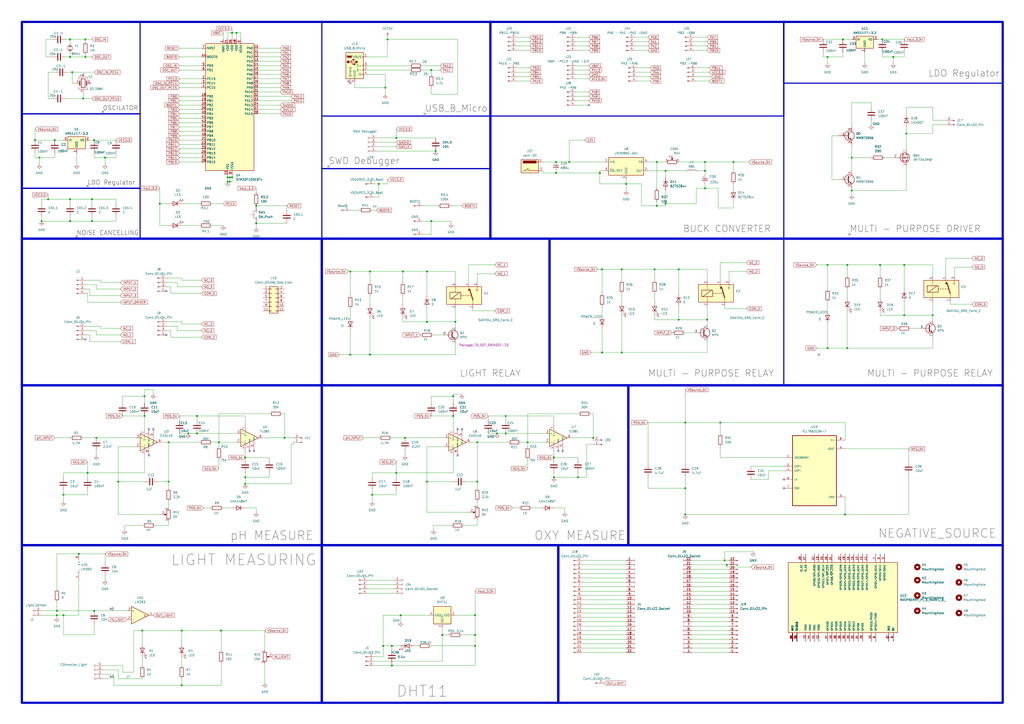
<source format=kicad_sch>
(kicad_sch (version 20231120) (generator "eeschema") (generator_version "8.0")
  (paper "A2")
  (junction (at 45.72 321.31))
  (junction (at 36.83 356.87))
  (junction (at 247.65 186.69))
  (junction (at 480.06 201.93))
  (junction (at 203.2 157.48))
  (junction (at 132.08 102.87))
  (junction (at 49.53 22.86))
  (junction (at 393.7 185.42))
  (junction (at 321.31 276.86))
  (junction (at 293.37 251.46))
  (junction (at 105.41 397.51))
  (junction (at 480.06 33.02))
  (junction (at 203.2 205.74))
  (junction (at 31.75 81.28))
  (junction (at 40.64 33.02))
  (junction (at 250.19 128.27))
  (junction (at 518.16 33.02))
  (junction (at 27.94 115.57))
  (junction (at 381 93.98))
  (junction (at 491.49 153.67))
  (junction (at 233.68 157.48))
  (junction (at 490.22 298.45))
  (junction (at 397.51 298.45))
  (junction (at 511.81 22.86))
  (junction (at 134.62 102.87))
  (junction (at 92.71 118.11))
  (junction (at 133.35 102.87))
  (junction (at 322.58 100.33))
  (junction (at 50.8 274.32))
  (junction (at 83.82 229.87))
  (junction (at 250.19 40.64))
  (junction (at 262.89 241.3))
  (junction (at 510.54 153.67))
  (junction (at 349.25 156.21))
  (junction (at 335.28 276.86))
  (junction (at 234.95 254))
  (junction (at 214.63 205.74))
  (junction (at 232.41 356.87))
  (junction (at 275.59 368.3))
  (junction (at 525.78 77.47))
  (junction (at 330.2 93.98))
  (junction (at 20.32 81.28))
  (junction (at 214.63 157.48))
  (junction (at 53.34 128.27))
  (junction (at 397.51 283.21))
  (junction (at 381 119.38))
  (junction (at 408.94 93.98))
  (junction (at 49.53 33.02))
  (junction (at 105.41 365.76))
  (junction (at 134.62 19.05))
  (junction (at 137.16 19.05))
  (junction (at 132.08 105.41))
  (junction (at 127 256.54))
  (junction (at 494.03 110.49))
  (junction (at 524.51 153.67))
  (junction (at 386.08 118.11))
  (junction (at 33.02 354.33))
  (junction (at 264.16 186.69))
  (junction (at 142.24 276.86))
  (junction (at 53.34 115.57))
  (junction (at 256.54 368.3))
  (junction (at 229.87 274.32))
  (junction (at 148.59 129.54))
  (junction (at 114.3 241.3))
  (junction (at 68.58 279.4))
  (junction (at 54.61 81.28))
  (junction (at 397.51 245.11))
  (junction (at 128.27 365.76))
  (junction (at 252.73 87.63))
  (junction (at 223.52 50.8))
  (junction (at 40.64 128.27))
  (junction (at 22.86 91.44))
  (junction (at 410.21 185.42))
  (junction (at 408.94 99.06))
  (junction (at 83.82 241.3))
  (junction (at 227.33 386.08))
  (junction (at 247.65 279.4))
  (junction (at 97.79 256.54))
  (junction (at 36.83 287.02))
  (junction (at 227.33 374.65))
  (junction (at 386.08 99.06))
  (junction (at 417.83 245.11))
  (junction (at 41.91 41.91))
  (junction (at 215.9 287.02))
  (junction (at 293.37 241.3))
  (junction (at 148.59 119.38))
  (junction (at 142.24 280.67))
  (junction (at 40.64 22.86))
  (junction (at 82.55 365.76))
  (junction (at 275.59 374.65))
  (junction (at 425.45 93.98))
  (junction (at 275.59 356.87))
  (junction (at 262.89 229.87))
  (junction (at 393.7 156.21))
  (junction (at 420.37 325.12))
  (junction (at 224.79 22.86))
  (junction (at 55.88 254))
  (junction (at 142.24 265.43))
  (junction (at 347.98 100.33))
  (junction (at 321.31 265.43))
  (junction (at 247.65 157.48))
  (junction (at 165.1 254))
  (junction (at 288.29 251.46))
  (junction (at 60.96 91.44))
  (junction (at 276.86 279.4))
  (junction (at 40.64 115.57))
  (junction (at 114.3 251.46))
  (junction (at 54.61 354.33))
  (junction (at 494.03 91.44))
  (junction (at 488.95 22.86))
  (junction (at 97.79 279.4))
  (junction (at 491.49 201.93))
  (junction (at 524.51 182.88))
  (junction (at 109.22 251.46))
  (junction (at 360.68 204.47))
  (junction (at 306.07 256.54))
  (junction (at 48.26 57.15))
  (junction (at 229.87 80.01))
  (junction (at 408.94 109.22))
  (junction (at 219.71 106.68))
  (junction (at 33.02 356.87))
  (junction (at 322.58 93.98))
  (junction (at 363.22 106.68))
  (junction (at 276.86 256.54))
  (junction (at 480.06 153.67))
  (junction (at 421.64 327.66))
  (junction (at 24.13 128.27))
  (junction (at 541.02 182.88))
  (junction (at 133.35 105.41))
  (junction (at 349.25 204.47))
  (junction (at 379.73 156.21))
  (junction (at 360.68 156.21))
  (junction (at 344.17 254))
  (junction (at 222.25 374.65))
  (no_connect (at 454.66 278.13))
  (no_connect (at 147.32 261.62))
  (no_connect (at 44.45 137.16))
  (no_connect (at 203.2 48.26))
  (no_connect (at 86.36 248.92))
  (no_connect (at 50.8 107.95))
  (no_connect (at 454.66 283.21))
  (no_connect (at 88.9 248.92))
  (no_connect (at 265.43 248.92))
  (no_connect (at 341.63 60.96))
  (no_connect (at 96.52 194.31))
  (no_connect (at 492.76 135.89))
  (no_connect (at 265.43 264.16))
  (no_connect (at 246.38 66.04))
  (no_connect (at 323.85 261.62))
  (no_connect (at 48.26 43.18))
  (no_connect (at 190.5 96.52))
  (no_connect (at 326.39 261.62))
  (no_connect (at 96.52 168.91))
  (no_connect (at 59.69 64.77))
  (no_connect (at 49.53 196.85))
  (no_connect (at 267.97 248.92))
  (no_connect (at 144.78 261.62))
  (no_connect (at 474.98 205.74))
  (no_connect (at 52.07 48.26))
  (no_connect (at 86.36 264.16))
  (wire (pts (xy 233.68 171.45) (xy 233.68 176.53)))
  (wire (pts (xy 334.01 26.67) (xy 341.63 26.67)))
  (wire (pts (xy 104.14 91.44) (xy 116.84 91.44)))
  (wire (pts (xy 410.21 204.47) (xy 410.21 198.12)))
  (wire (pts (xy 104.14 93.98) (xy 116.84 93.98)))
  (wire (pts (xy 41.91 48.26) (xy 44.45 48.26)))
  (wire (pts (xy 251.46 304.8) (xy 261.62 304.8)))
  (wire (pts (xy 269.24 304.8) (xy 276.86 304.8)))
  (wire (pts (xy 511.81 33.02) (xy 518.16 33.02)))
  (wire (pts (xy 68.58 259.08) (xy 68.58 279.4)))
  (wire (pts (xy 38.1 22.86) (xy 40.64 22.86)))
  (wire (pts (xy 340.36 276.86) (xy 335.28 276.86)))
  (wire (pts (xy 215.9 121.92) (xy 218.44 121.92)))
  (wire (pts (xy 491.49 180.34) (xy 491.49 201.93)))
  (wire (pts (xy 83.82 241.3) (xy 83.82 248.92)))
  (wire (pts (xy 334.01 24.13) (xy 341.63 24.13)))
  (wire (pts (xy 66.04 391.16) (xy 66.04 397.51)))
  (wire (pts (xy 334.01 38.1) (xy 341.63 38.1)))
  (wire (pts (xy 337.82 327.66) (xy 363.22 327.66)))
  (wire (pts (xy 105.41 130.81) (xy 115.57 130.81)))
  (wire (pts (xy 402.59 21.59) (xy 410.21 21.59)))
  (wire (pts (xy 127 266.7) (xy 127 271.78)))
  (wire (pts (xy 96.52 194.31) (xy 93.98 194.31)))
  (wire (pts (xy 490.22 288.29) (xy 490.22 298.45)))
  (wire (pts (xy 494.03 59.69) (xy 505.46 59.69)))
  (wire (pts (xy 162.56 38.1) (xy 149.86 38.1)))
  (wire (pts (xy 342.9 240.03) (xy 344.17 240.03)))
  (wire (pts (xy 375.92 276.86) (xy 375.92 283.21)))
  (wire (pts (xy 105.41 186.69) (xy 105.41 187.96)))
  (wire (pts (xy 40.64 128.27) (xy 53.34 128.27)))
  (wire (pts (xy 381 116.84) (xy 381 119.38)))
  (wire (pts (xy 132.08 102.87) (xy 132.08 105.41)))
  (wire (pts (xy 97.79 118.11) (xy 92.71 118.11)))
  (wire (pts (xy 337.82 347.98) (xy 363.22 347.98)))
  (wire (pts (xy 31.75 81.28) (xy 36.83 81.28)))
  (wire (pts (xy 41.91 41.91) (xy 41.91 48.26)))
  (wire (pts (xy 40.64 125.73) (xy 40.64 128.27)))
  (wire (pts (xy 245.11 119.38) (xy 254 119.38)))
  (wire (pts (xy 72.39 304.8) (xy 72.39 307.34)))
  (wire (pts (xy 372.11 119.38) (xy 381 119.38)))
  (wire (pts (xy 83.82 229.87) (xy 83.82 233.68)))
  (wire (pts (xy 97.79 290.83) (xy 97.79 294.64)))
  (wire (pts (xy 276.86 158.75) (xy 276.86 163.83)))
  (wire (pts (xy 104.14 81.28) (xy 116.84 81.28)))
  (wire (pts (xy 55.88 191.77) (xy 55.88 194.31)))
  (wire (pts (xy 53.34 115.57) (xy 53.34 118.11)))
  (wire (pts (xy 494.03 109.22) (xy 494.03 110.49)))
  (wire (pts (xy 213.36 38.1) (xy 237.49 38.1)))
  (wire (pts (xy 393.7 177.8) (xy 393.7 185.42)))
  (wire (pts (xy 408.94 93.98) (xy 425.45 93.98)))
  (wire (pts (xy 104.14 78.74) (xy 116.84 78.74)))
  (wire (pts (xy 96.52 163.83) (xy 102.87 163.83)))
  (wire (pts (xy 53.34 115.57) (xy 67.31 115.57)))
  (wire (pts (xy 162.56 53.34) (xy 149.86 53.34)))
  (wire (pts (xy 213.36 339.09) (xy 228.6 339.09)))
  (wire (pts (xy 527.05 260.35) (xy 527.05 267.97)))
  (wire (pts (xy 54.61 368.3) (xy 36.83 368.3)))
  (wire (pts (xy 49.53 170.18) (xy 50.8 170.18)))
  (wire (pts (xy 168.91 257.81) (xy 170.18 257.81)))
  (wire (pts (xy 60.96 321.31) (xy 60.96 326.39)))
  (wire (pts (xy 218.44 87.63) (xy 252.73 87.63)))
  (wire (pts (xy 213.36 341.63) (xy 228.6 341.63)))
  (wire (pts (xy 54.61 81.28) (xy 67.31 81.28)))
  (wire (pts (xy 40.64 33.02) (xy 40.64 30.48)))
  (wire (pts (xy 425.45 120.65) (xy 416.56 120.65)))
  (wire (pts (xy 50.8 284.48) (xy 50.8 287.02)))
  (wire (pts (xy 104.14 241.3) (xy 104.14 243.84)))
  (wire (pts (xy 104.14 33.02) (xy 116.84 33.02)))
  (wire (pts (xy 337.82 360.68) (xy 363.22 360.68)))
  (wire (pts (xy 49.53 33.02) (xy 49.53 31.75)))
  (wire (pts (xy 299.72 21.59) (xy 307.34 21.59)))
  (wire (pts (xy 58.42 162.56) (xy 58.42 163.83)))
  (wire (pts (xy 541.02 201.93) (xy 541.02 195.58)))
  (wire (pts (xy 134.62 16.51) (xy 134.62 19.05)))
  (wire (pts (xy 525.78 86.36) (xy 525.78 77.47)))
  (wire (pts (xy 222.25 374.65) (xy 222.25 381)))
  (wire (pts (xy 72.39 304.8) (xy 82.55 304.8)))
  (wire (pts (xy 297.18 294.64) (xy 300.99 294.64)))
  (wire (pts (xy 165.1 254) (xy 152.4 254)))
  (wire (pts (xy 232.41 356.87) (xy 222.25 356.87)))
  (wire (pts (xy 96.52 161.29) (xy 105.41 161.29)))
  (wire (pts (xy 214.63 205.74) (xy 203.2 205.74)))
  (wire (pts (xy 59.69 391.16) (xy 66.04 391.16)))
  (wire (pts (xy 347.98 100.33) (xy 347.98 106.68)))
  (wire (pts (xy 397.51 298.45) (xy 397.51 283.21)))
  (wire (pts (xy 233.68 186.69) (xy 233.68 184.15)))
  (wire (pts (xy 83.82 229.87) (xy 83.82 226.06)))
  (wire (pts (xy 40.64 115.57) (xy 40.64 118.11)))
  (wire (pts (xy 219.71 114.3) (xy 217.17 114.3)))
  (wire (pts (xy 480.06 175.26) (xy 480.06 180.34)))
  (wire (pts (xy 375.92 99.06) (xy 386.08 99.06)))
  (wire (pts (xy 417.83 251.46) (xy 417.83 245.11)))
  (wire (pts (xy 54.61 88.9) (xy 54.61 91.44)))
  (wire (pts (xy 52.07 194.31) (xy 52.07 198.12)))
  (wire (pts (xy 275.59 374.65) (xy 275.59 386.08)))
  (wire (pts (xy 401.32 370.84) (xy 422.91 370.84)))
  (wire (pts (xy 128.27 365.76) (xy 153.67 365.76)))
  (wire (pts (xy 401.32 327.66) (xy 421.64 327.66)))
  (wire (pts (xy 227.33 386.08) (xy 275.59 386.08)))
  (wire (pts (xy 215.9 287.02) (xy 215.9 284.48)))
  (wire (pts (xy 306.07 256.54) (xy 306.07 240.03)))
  (wire (pts (xy 162.56 63.5) (xy 149.86 63.5)))
  (wire (pts (xy 250.19 374.65) (xy 275.59 374.65)))
  (wire (pts (xy 401.32 337.82) (xy 422.91 337.82)))
  (wire (pts (xy 148.59 129.54) (xy 148.59 132.08)))
  (wire (pts (xy 129.54 294.64) (xy 134.62 294.64)))
  (wire (pts (xy 510.54 153.67) (xy 510.54 160.02)))
  (wire (pts (xy 148.59 119.38) (xy 166.37 119.38)))
  (wire (pts (xy 408.94 93.98) (xy 408.94 99.06)))
  (wire (pts (xy 518.16 33.02) (xy 524.51 33.02)))
  (wire (pts (xy 401.32 325.12) (xy 420.37 325.12)))
  (wire (pts (xy 337.82 350.52) (xy 363.22 350.52)))
  (wire (pts (xy 265.43 54.61) (xy 250.19 54.61)))
  (wire (pts (xy 410.21 177.8) (xy 410.21 185.42)))
  (wire (pts (xy 104.14 48.26) (xy 116.84 48.26)))
  (wire (pts (xy 99.06 195.58) (xy 116.84 195.58)))
  (wire (pts (xy 349.25 204.47) (xy 342.9 204.47)))
  (wire (pts (xy 510.54 167.64) (xy 510.54 172.72)))
  (wire (pts (xy 148.59 294.64) (xy 148.59 297.18)))
  (wire (pts (xy 31.75 88.9) (xy 31.75 91.44)))
  (wire (pts (xy 417.83 265.43) (xy 454.66 265.43)))
  (wire (pts (xy 541.02 72.39) (xy 548.64 72.39)))
  (wire (pts (xy 105.41 118.11) (xy 115.57 118.11)))
  (wire (pts (xy 132.08 101.6) (xy 132.08 102.87)))
  (wire (pts (xy 162.56 33.02) (xy 149.86 33.02)))
  (wire (pts (xy 321.31 241.3) (xy 293.37 241.3)))
  (wire (pts (xy 264.16 186.69) (xy 264.16 189.23)))
  (wire (pts (xy 403.86 41.91) (xy 411.48 41.91)))
  (wire (pts (xy 403.86 118.11) (xy 403.86 109.22)))
  (wire (pts (xy 335.28 276.86) (xy 321.31 276.86)))
  (wire (pts (xy 293.37 241.3) (xy 293.37 243.84)))
  (wire (pts (xy 401.32 330.2) (xy 422.91 330.2)))
  (wire (pts (xy 105.41 161.29) (xy 105.41 162.56)))
  (wire (pts (xy 24.13 128.27) (xy 40.64 128.27)))
  (wire (pts (xy 142.24 265.43) (xy 142.24 266.7)))
  (wire (pts (xy 102.87 189.23) (xy 102.87 191.77)))
  (wire (pts (xy 105.41 162.56) (xy 116.84 162.56)))
  (wire (pts (xy 82.55 373.38) (xy 82.55 365.76)))
  (wire (pts (xy 162.56 66.04) (xy 149.86 66.04)))
  (wire (pts (xy 337.82 353.06) (xy 363.22 353.06)))
  (wire (pts (xy 71.12 386.08) (xy 59.69 386.08)))
  (wire (pts (xy 525.78 66.04) (xy 525.78 62.23)))
  (wire (pts (xy 33.02 356.87) (xy 33.02 358.14)))
  (wire (pts (xy 105.41 365.76) (xy 128.27 365.76)))
  (wire (pts (xy 491.49 201.93) (xy 541.02 201.93)))
  (wire (pts (xy 397.51 276.86) (xy 397.51 283.21)))
  (wire (pts (xy 257.81 259.08) (xy 247.65 259.08)))
  (wire (pts (xy 40.64 22.86) (xy 40.64 25.4)))
  (wire (pts (xy 93.98 298.45) (xy 68.58 298.45)))
  (wire (pts (xy 60.96 91.44) (xy 67.31 91.44)))
  (wire (pts (xy 541.02 77.47) (xy 541.02 72.39)))
  (wire (pts (xy 321.31 294.64) (xy 327.66 294.64)))
  (wire (pts (xy 227.33 384.81) (xy 227.33 386.08)))
  (wire (pts (xy 26.67 22.86) (xy 26.67 33.02)))
  (wire (pts (xy 360.68 156.21) (xy 360.68 162.56)))
  (wire (pts (xy 49.53 194.31) (xy 52.07 194.31)))
  (wire (pts (xy 491.49 167.64) (xy 491.49 172.72)))
  (wire (pts (xy 104.14 86.36) (xy 116.84 86.36)))
  (wire (pts (xy 401.32 363.22) (xy 422.91 363.22)))
  (wire (pts (xy 60.96 334.01) (xy 60.96 336.55)))
  (wire (pts (xy 55.88 194.31) (xy 69.85 194.31)))
  (wire (pts (xy 229.87 274.32) (xy 262.89 274.32)))
  (wire (pts (xy 369.57 41.91) (xy 377.19 41.91)))
  (wire (pts (xy 49.53 167.64) (xy 52.07 167.64)))
  (wire (pts (xy 524.51 175.26) (xy 524.51 182.88)))
  (wire (pts (xy 299.72 24.13) (xy 307.34 24.13)))
  (wire (pts (xy 337.82 325.12) (xy 363.22 325.12)))
  (wire (pts (xy 408.94 106.68) (xy 408.94 109.22)))
  (wire (pts (xy 83.82 226.06) (xy 88.9 226.06)))
  (wire (pts (xy 505.46 69.85) (xy 505.46 72.39)))
  (wire (pts (xy 494.03 59.69) (xy 494.03 73.66)))
  (wire (pts (xy 24.13 125.73) (xy 24.13 128.27)))
  (wire (pts (xy 299.72 46.99) (xy 307.34 46.99)))
  (wire (pts (xy 480.06 187.96) (xy 480.06 201.93)))
  (wire (pts (xy 142.24 246.38) (xy 142.24 241.3)))
  (wire (pts (xy 360.68 182.88) (xy 360.68 204.47)))
  (wire (pts (xy 90.17 304.8) (xy 97.79 304.8)))
  (wire (pts (xy 397.51 226.06) (xy 397.51 245.11)))
  (wire (pts (xy 97.79 279.4) (xy 97.79 283.21)))
  (wire (pts (xy 393.7 156.21) (xy 410.21 156.21)))
  (wire (pts (xy 123.19 256.54) (xy 127 256.54)))
  (wire (pts (xy 490.22 260.35) (xy 527.05 260.35)))
  (wire (pts (xy 96.52 166.37) (xy 99.06 166.37)))
  (wire (pts (xy 273.05 256.54) (xy 276.86 256.54)))
  (wire (pts (xy 213.36 40.64) (xy 237.49 40.64)))
  (wire (pts (xy 96.52 191.77) (xy 99.06 191.77)))
  (wire (pts (xy 134.62 19.05) (xy 137.16 19.05)))
  (wire (pts (xy 287.02 180.34) (xy 274.32 180.34)))
  (wire (pts (xy 299.72 44.45) (xy 307.34 44.45)))
  (wire (pts (xy 229.87 287.02) (xy 215.9 287.02)))
  (wire (pts (xy 306.07 240.03) (xy 335.28 240.03)))
  (wire (pts (xy 133.35 102.87) (xy 133.35 105.41)))
  (wire (pts (xy 386.08 118.11) (xy 386.08 119.38)))
  (wire (pts (xy 68.58 388.62) (xy 59.69 388.62)))
  (wire (pts (xy 156.21 274.32) (xy 156.21 276.86)))
  (wire (pts (xy 205.74 48.26) (xy 205.74 50.8)))
  (wire (pts (xy 337.82 335.28) (xy 363.22 335.28)))
  (wire (pts (xy 494.03 91.44) (xy 505.46 91.44)))
  (wire (pts (xy 283.21 251.46) (xy 288.29 251.46)))
  (wire (pts (xy 379.73 156.21) (xy 379.73 162.56)))
  (wire (pts (xy 524.51 33.02) (xy 524.51 30.48)))
  (wire (pts (xy 39.37 41.91) (xy 41.91 41.91)))
  (wire (pts (xy 425.45 116.84) (xy 425.45 120.65)))
  (wire (pts (xy 104.14 88.9) (xy 116.84 88.9)))
  (wire (pts (xy 104.14 73.66) (xy 116.84 73.66)))
  (wire (pts (xy 50.8 287.02) (xy 36.83 287.02)))
  (wire (pts (xy 321.31 246.38) (xy 321.31 241.3)))
  (wire (pts (xy 118.11 294.64) (xy 121.92 294.64)))
  (wire (pts (xy 337.82 370.84) (xy 363.22 370.84)))
  (wire (pts (xy 262.89 241.3) (xy 262.89 248.92)))
  (wire (pts (xy 162.56 60.96) (xy 149.86 60.96)))
  (wire (pts (xy 213.36 43.18) (xy 223.52 43.18)))
  (wire (pts (xy 96.52 168.91) (xy 93.98 168.91)))
  (wire (pts (xy 421.64 327.66) (xy 422.91 327.66)))
  (wire (pts (xy 548.64 149.86) (xy 548.64 160.02)))
  (wire (pts (xy 393.7 156.21) (xy 393.7 170.18)))
  (wire (pts (xy 494.03 110.49) (xy 494.03 113.03)))
  (wire (pts (xy 435.61 270.51) (xy 454.66 270.51)))
  (wire (pts (xy 210.82 254) (xy 219.71 254)))
  (wire (pts (xy 33.02 354.33) (xy 54.61 354.33)))
  (wire (pts (xy 66.04 397.51) (xy 105.41 397.51)))
  (wire (pts (xy 217.17 106.68) (xy 219.71 106.68)))
  (wire (pts (xy 306.07 266.7) (xy 306.07 271.78)))
  (wire (pts (xy 54.61 354.33) (xy 73.66 354.33)))
  (wire (pts (xy 410.21 156.21) (xy 410.21 162.56)))
  (wire (pts (xy 363.22 104.14) (xy 363.22 106.68)))
  (wire (pts (xy 417.83 245.11) (xy 490.22 245.11)))
  (wire (pts (xy 129.54 19.05) (xy 129.54 22.86)))
  (wire (pts (xy 31.75 254) (xy 40.64 254)))
  (wire (pts (xy 299.72 41.91) (xy 307.34 41.91)))
  (wire (pts (xy 92.71 130.81) (xy 92.71 118.11)))
  (wire (pts (xy 477.52 22.86) (xy 488.95 22.86)))
  (wire (pts (xy 22.86 91.44) (xy 20.32 91.44)))
  (wire (pts (xy 410.21 185.42) (xy 410.21 187.96)))
  (wire (pts (xy 256.54 368.3) (xy 256.54 383.54)))
  (wire (pts (xy 49.53 162.56) (xy 58.42 162.56)))
  (wire (pts (xy 322.58 99.06) (xy 322.58 100.33)))
  (wire (pts (xy 223.52 43.18) (xy 223.52 50.8)))
  (wire (pts (xy 477.52 33.02) (xy 477.52 30.48)))
  (wire (pts (xy 93.98 256.54) (xy 97.79 256.54)))
  (wire (pts (xy 71.12 241.3) (xy 83.82 241.3)))
  (wire (pts (xy 50.8 267.97) (xy 50.8 274.32)))
  (wire (pts (xy 445.77 278.13) (xy 445.77 273.05)))
  (wire (pts (xy 133.35 102.87) (xy 134.62 102.87)))
  (wire (pts (xy 335.28 266.7) (xy 335.28 265.43)))
  (wire (pts (xy 405.13 99.06) (xy 408.94 99.06)))
  (wire (pts (xy 264.16 205.74) (xy 264.16 199.39)))
  (wire (pts (xy 201.93 157.48) (xy 203.2 157.48)))
  (wire (pts (xy 132.08 102.87) (xy 133.35 102.87)))
  (wire (pts (xy 45.72 336.55) (xy 45.72 356.87)))
  (wire (pts (xy 511.81 22.86) (xy 524.51 22.86)))
  (wire (pts (xy 344.17 254) (xy 331.47 254)))
  (wire (pts (xy 134.62 19.05) (xy 134.62 22.86)))
  (wire (pts (xy 134.62 102.87) (xy 134.62 101.6)))
  (wire (pts (xy 33.02 321.31) (xy 33.02 341.63)))
  (wire (pts (xy 53.34 125.73) (xy 53.34 128.27)))
  (wire (pts (xy 421.64 328.93) (xy 435.61 328.93)))
  (wire (pts (xy 165.1 254) (xy 170.18 254)))
  (wire (pts (xy 287.02 153.67) (xy 271.78 153.67)))
  (wire (pts (xy 20.32 81.28) (xy 31.75 81.28)))
  (wire (pts (xy 68.58 393.7) (xy 82.55 393.7)))
  (wire (pts (xy 142.24 261.62) (xy 142.24 265.43)))
  (wire (pts (xy 109.22 251.46) (xy 114.3 251.46)))
  (wire (pts (xy 488.95 30.48) (xy 488.95 33.02)))
  (wire (pts (xy 417.83 265.43) (xy 417.83 259.08)))
  (wire (pts (xy 67.31 115.57) (xy 67.31 118.11)))
  (wire (pts (xy 525.78 96.52) (xy 525.78 110.49)))
  (wire (pts (xy 393.7 93.98) (xy 408.94 93.98)))
  (wire (pts (xy 54.61 361.95) (xy 54.61 368.3)))
  (wire (pts (xy 33.02 349.25) (xy 33.02 354.33)))
  (wire (pts (xy 162.56 50.8) (xy 149.86 50.8)))
  (wire (pts (xy 26.67 33.02) (xy 30.48 33.02)))
  (wire (pts (xy 142.24 294.64) (xy 148.59 294.64)))
  (wire (pts (xy 213.36 344.17) (xy 228.6 344.17)))
  (wire (pts (xy 217.17 383.54) (xy 256.54 383.54)))
  (wire (pts (xy 250.19 229.87) (xy 262.89 229.87)))
  (wire (pts (xy 248.92 356.87) (xy 232.41 356.87)))
  (wire (pts (xy 337.82 368.3) (xy 363.22 368.3)))
  (wire (pts (xy 149.86 55.88) (xy 168.91 55.88)))
  (wire (pts (xy 337.82 342.9) (xy 363.22 342.9)))
  (wire (pts (xy 55.88 261.62) (xy 55.88 264.16)))
  (wire (pts (xy 127 240.03) (xy 156.21 240.03)))
  (wire (pts (xy 142.24 241.3) (xy 114.3 241.3)))
  (wire (pts (xy 77.47 365.76) (xy 77.47 389.89)))
  (wire (pts (xy 501.65 30.48) (xy 501.65 36.83)))
  (wire (pts (xy 71.12 389.89) (xy 71.12 386.08)))
  (wire (pts (xy 132.08 19.05) (xy 134.62 19.05)))
  (wire (pts (xy 104.14 58.42) (xy 116.84 58.42)))
  (wire (pts (xy 287.02 158.75) (xy 276.86 158.75)))
  (wire (pts (xy 349.25 156.21) (xy 360.68 156.21)))
  (wire (pts (xy 401.32 365.76) (xy 422.91 365.76)))
  (wire (pts (xy 275.59 342.9) (xy 275.59 356.87)))
  (wire (pts (xy 233.68 157.48) (xy 214.63 157.48)))
  (wire (pts (xy 379.73 156.21) (xy 360.68 156.21)))
  (wire (pts (xy 48.26 57.15) (xy 53.34 57.15)))
  (wire (pts (xy 229.87 80.01) (xy 252.73 80.01)))
  (wire (pts (xy 480.06 33.02) (xy 477.52 33.02)))
  (wire (pts (xy 245.11 38.1) (xy 255.27 38.1)))
  (wire (pts (xy 337.82 365.76) (xy 363.22 365.76)))
  (wire (pts (xy 337.82 345.44) (xy 363.22 345.44)))
  (wire (pts (xy 513.08 91.44) (xy 518.16 91.44)))
  (wire (pts (xy 525.78 62.23) (xy 541.02 62.23)))
  (wire (pts (xy 340.36 257.81) (xy 340.36 276.86)))
  (wire (pts (xy 276.86 256.54) (xy 276.86 279.4)))
  (wire (pts (xy 347.98 99.06) (xy 347.98 100.33)))
  (wire (pts (xy 401.32 332.74) (xy 422.91 332.74)))
  (wire (pts (xy 308.61 294.64) (xy 313.69 294.64)))
  (wire (pts (xy 36.83 356.87) (xy 33.02 356.87)))
  (wire (pts (xy 99.06 170.18) (xy 116.84 170.18)))
  (wire (pts (xy 50.8 175.26) (xy 50.8 170.18)))
  (wire (pts (xy 337.82 378.46) (xy 363.22 378.46)))
  (wire (pts (xy 67.31 128.27) (xy 67.31 125.73)))
  (wire (pts (xy 344.17 257.81) (xy 340.36 257.81)))
  (wire (pts (xy 433.07 179.07) (xy 420.37 179.07)))
  (wire (pts (xy 134.62 105.41) (xy 133.35 105.41)))
  (wire (pts (xy 381 93.98) (xy 386.08 93.98)))
  (wire (pts (xy 386.08 118.11) (xy 403.86 118.11)))
  (wire (pts (xy 369.57 44.45) (xy 377.19 44.45)))
  (wire (pts (xy 215.9 274.32) (xy 229.87 274.32)))
  (wire (pts (xy 381 109.22) (xy 381 93.98)))
  (wire (pts (xy 104.14 83.82) (xy 116.84 83.82)))
  (wire (pts (xy 494.03 110.49) (xy 525.78 110.49)))
  (wire (pts (xy 541.02 153.67) (xy 541.02 160.02)))
  (wire (pts (xy 563.88 176.53) (xy 551.18 176.53)))
  (wire (pts (xy 213.36 33.02) (xy 224.79 33.02)))
  (wire (pts (xy 490.22 245.11) (xy 490.22 255.27)))
  (wire (pts (xy 54.61 91.44) (xy 60.96 91.44)))
  (wire (pts (xy 114.3 241.3) (xy 114.3 243.84)))
  (wire (pts (xy 229.87 274.32) (xy 229.87 276.86)))
  (wire (pts (xy 245.11 128.27) (xy 250.19 128.27)))
  (wire (pts (xy 232.41 356.87) (xy 232.41 360.68)))
  (wire (pts (xy 205.74 50.8) (xy 223.52 50.8)))
  (wire (pts (xy 58.42 189.23) (xy 58.42 190.5)))
  (wire (pts (xy 233.68 157.48) (xy 233.68 163.83)))
  (wire (pts (xy 96.52 189.23) (xy 102.87 189.23)))
  (wire (pts (xy 218.44 80.01) (xy 229.87 80.01)))
  (wire (pts (xy 276.86 256.54) (xy 294.64 256.54)))
  (wire (pts (xy 334.01 21.59) (xy 341.63 21.59)))
  (wire (pts (xy 261.62 128.27) (xy 261.62 129.54)))
  (wire (pts (xy 408.94 101.6) (xy 408.94 99.06)))
  (wire (pts (xy 148.59 109.22) (xy 148.59 111.76)))
  (wire (pts (xy 247.65 186.69) (xy 264.16 186.69)))
  (wire (pts (xy 99.06 191.77) (xy 99.06 195.58)))
  (wire (pts (xy 203.2 205.74) (xy 196.85 205.74)))
  (wire (pts (xy 524.51 182.88) (xy 541.02 182.88)))
  (wire (pts (xy 541.02 69.85) (xy 548.64 69.85)))
  (wire (pts (xy 156.21 265.43) (xy 142.24 265.43)))
  (wire (pts (xy 40.64 22.86) (xy 49.53 22.86)))
  (wire (pts (xy 128.27 397.51) (xy 105.41 397.51)))
  (wire (pts (xy 139.7 19.05) (xy 139.7 22.86)))
  (wire (pts (xy 347.98 99.06) (xy 350.52 99.06)))
  (wire (pts (xy 153.67 365.76) (xy 153.67 377.19)))
  (wire (pts (xy 425.45 93.98) (xy 434.34 93.98)))
  (wire (pts (xy 375.92 93.98) (xy 381 93.98)))
  (wire (pts (xy 214.63 205.74) (xy 264.16 205.74)))
  (wire (pts (xy 397.51 245.11) (xy 417.83 245.11)))
  (wire (pts (xy 330.2 93.98) (xy 350.52 93.98)))
  (wire (pts (xy 127 256.54) (xy 137.16 256.54)))
  (wire (pts (xy 229.87 74.93) (xy 229.87 80.01)))
  (wire (pts (xy 491.49 201.93) (xy 480.06 201.93)))
  (wire (pts (xy 525.78 77.47) (xy 525.78 73.66)))
  (wire (pts (xy 397.51 298.45) (xy 490.22 298.45)))
  (wire (pts (xy 360.68 204.47) (xy 410.21 204.47)))
  (wire (pts (xy 264.16 356.87) (xy 275.59 356.87)))
  (wire (pts (xy 27.94 115.57) (xy 24.13 115.57)))
  (wire (pts (xy 491.49 153.67) (xy 491.49 160.02)))
  (wire (pts (xy 104.14 63.5) (xy 116.84 63.5)))
  (wire (pts (xy 247.65 297.18) (xy 247.65 279.4)))
  (wire (pts (xy 288.29 251.46) (xy 293.37 251.46)))
  (wire (pts (xy 102.87 191.77) (xy 116.84 191.77)))
  (wire (pts (xy 227.33 374.65) (xy 227.33 377.19)))
  (wire (pts (xy 203.2 191.77) (xy 203.2 205.74)))
  (wire (pts (xy 397.51 193.04) (xy 402.59 193.04)))
  (wire (pts (xy 166.37 119.38) (xy 166.37 121.92)))
  (wire (pts (xy 59.69 393.7) (xy 63.5 393.7)))
  (wire (pts (xy 276.86 290.83) (xy 276.86 293.37)))
  (wire (pts (xy 128.27 365.76) (xy 128.27 377.19)))
  (wire (pts (xy 250.19 128.27) (xy 250.19 135.89)))
  (wire (pts (xy 102.87 163.83) (xy 102.87 166.37)))
  (wire (pts (xy 306.07 256.54) (xy 306.07 259.08)))
  (wire (pts (xy 250.19 50.8) (xy 250.19 54.61)))
  (wire (pts (xy 49.53 33.02) (xy 53.34 33.02)))
  (wire (pts (xy 480.06 153.67) (xy 480.06 167.64)))
  (wire (pts (xy 247.65 279.4) (xy 262.89 279.4)))
  (wire (pts (xy 127 256.54) (xy 127 259.08)))
  (wire (pts (xy 337.82 337.82) (xy 363.22 337.82)))
  (wire (pts (xy 403.86 109.22) (xy 408.94 109.22)))
  (wire (pts (xy 132.08 19.05) (xy 132.08 22.86)))
  (wire (pts (xy 372.11 106.68) (xy 372.11 119.38)))
  (wire (pts (xy 416.56 120.65) (xy 416.56 109.22)))
  (wire (pts (xy 417.83 152.4) (xy 417.83 162.56)))
  (wire (pts (xy 314.96 93.98) (xy 322.58 93.98)))
  (wire (pts (xy 334.01 45.72) (xy 341.63 45.72)))
  (wire (pts (xy 52.07 167.64) (xy 52.07 171.45)))
  (wire (pts (xy 379.73 185.42) (xy 379.73 182.88)))
  (wire (pts (xy 114.3 251.46) (xy 137.16 251.46)))
  (wire (pts (xy 69.85 175.26) (xy 50.8 175.26)))
  (wire (pts (xy 510.54 182.88) (xy 510.54 180.34)))
  (wire (pts (xy 347.98 106.68) (xy 363.22 106.68)))
  (wire (pts (xy 217.17 381) (xy 222.25 381)))
  (wire (pts (xy 45.72 356.87) (xy 36.83 356.87)))
  (wire (pts (xy 322.58 93.98) (xy 330.2 93.98)))
  (wire (pts (xy 142.24 280.67) (xy 168.91 280.67)))
  (wire (pts (xy 96.52 186.69) (xy 105.41 186.69)))
  (wire (pts (xy 403.86 39.37) (xy 411.48 39.37)))
  (wire (pts (xy 83.82 264.16) (xy 83.82 274.32)))
  (wire (pts (xy 24.13 115.57) (xy 24.13 118.11)))
  (wire (pts (xy 219.71 106.68) (xy 219.71 114.3)))
  (wire (pts (xy 217.17 386.08) (xy 227.33 386.08)))
  (wire (pts (xy 104.14 40.64) (xy 116.84 40.64)))
  (wire (pts (xy 401.32 335.28) (xy 422.91 335.28)))
  (wire (pts (xy 222.25 356.87) (xy 222.25 374.65)))
  (wire (pts (xy 71.12 229.87) (xy 83.82 229.87)))
  (wire (pts (xy 256.54 368.3) (xy 260.35 368.3)))
  (wire (pts (xy 401.32 345.44) (xy 422.91 345.44)))
  (wire (pts (xy 104.14 60.96) (xy 116.84 60.96)))
  (wire (pts (xy 245.11 40.64) (xy 250.19 40.64)))
  (wire (pts (xy 344.17 240.03) (xy 344.17 254)))
  (wire (pts (xy 229.87 267.97) (xy 229.87 274.32)))
  (wire (pts (xy 401.32 340.36) (xy 422.91 340.36)))
  (wire (pts (xy 273.05 297.18) (xy 247.65 297.18)))
  (wire (pts (xy 250.19 241.3) (xy 262.89 241.3)))
  (wire (pts (xy 52.07 171.45) (xy 69.85 171.45)))
  (wire (pts (xy 224.79 22.86) (xy 265.43 22.86)))
  (wire (pts (xy 445.77 273.05) (xy 454.66 273.05)))
  (wire (pts (xy 156.21 276.86) (xy 142.24 276.86)))
  (wire (pts (xy 52.07 81.28) (xy 54.61 81.28)))
  (wire (pts (xy 156.21 266.7) (xy 156.21 265.43)))
  (wire (pts (xy 363.22 106.68) (xy 372.11 106.68)))
  (wire (pts (xy 68.58 393.7) (xy 68.58 388.62)))
  (wire (pts (xy 541.02 175.26) (xy 541.02 182.88)))
  (wire (pts (xy 265.43 22.86) (xy 265.43 54.61)))
  (wire (pts (xy 527.05 275.59) (xy 527.05 298.45)))
  (wire (pts (xy 337.82 363.22) (xy 363.22 363.22)))
  (wire (pts (xy 104.14 76.2) (xy 116.84 76.2)))
  (wire (pts (xy 369.57 46.99) (xy 377.19 46.99)))
  (wire (pts (xy 133.35 105.41) (xy 132.08 105.41)))
  (wire (pts (xy 49.53 189.23) (xy 58.42 189.23)))
  (wire (pts (xy 528.32 190.5) (xy 533.4 190.5)))
  (wire (pts (xy 262.89 264.16) (xy 262.89 274.32)))
  (wire (pts (xy 337.82 332.74) (xy 363.22 332.74)))
  (wire (pts (xy 97.79 256.54) (xy 97.79 279.4)))
  (wire (pts (xy 393.7 185.42) (xy 410.21 185.42)))
  (wire (pts (xy 276.86 279.4) (xy 270.51 279.4)))
  (wire (pts (xy 368.3 26.67) (xy 375.92 26.67)))
  (wire (pts (xy 36.83 274.32) (xy 36.83 276.86)))
  (wire (pts (xy 386.08 99.06) (xy 386.08 102.87)))
  (wire (pts (xy 334.01 58.42) (xy 341.63 58.42)))
  (wire (pts (xy 99.06 166.37) (xy 99.06 170.18)))
  (wire (pts (xy 256.54 364.49) (xy 256.54 368.3)))
  (wire (pts (xy 40.64 115.57) (xy 53.34 115.57)))
  (wire (pts (xy 518.16 33.02) (xy 518.16 36.83)))
  (wire (pts (xy 553.72 154.94) (xy 553.72 160.02)))
  (wire (pts (xy 148.59 129.54) (xy 166.37 129.54)))
  (wire (pts (xy 509.27 22.86) (xy 511.81 22.86)))
  (wire (pts (xy 250.19 135.89) (xy 245.11 135.89)))
  (wire (pts (xy 401.32 375.92) (xy 422.91 375.92)))
  (wire (pts (xy 163.83 240.03) (xy 165.1 240.03)))
  (wire (pts (xy 275.59 356.87) (xy 275.59 368.3)))
  (wire (pts (xy 250.19 128.27) (xy 261.62 128.27)))
  (wire (pts (xy 420.37 320.04) (xy 436.88 320.04)))
  (wire (pts (xy 240.03 374.65) (xy 242.57 374.65)))
  (wire (pts (xy 401.32 373.38) (xy 422.91 373.38)))
  (wire (pts (xy 510.54 182.88) (xy 524.51 182.88)))
  (wire (pts (xy 27.94 41.91) (xy 27.94 57.15)))
  (wire (pts (xy 402.59 24.13) (xy 410.21 24.13)))
  (wire (pts (xy 38.1 33.02) (xy 40.64 33.02)))
  (wire (pts (xy 321.31 261.62) (xy 321.31 265.43)))
  (wire (pts (xy 293.37 251.46) (xy 316.23 251.46)))
  (wire (pts (xy 435.61 278.13) (xy 445.77 278.13)))
  (wire (pts (xy 276.86 279.4) (xy 276.86 283.21)))
  (wire (pts (xy 218.44 82.55) (xy 229.87 82.55)))
  (wire (pts (xy 49.53 22.86) (xy 49.53 24.13)))
  (wire (pts (xy 401.32 342.9) (xy 422.91 342.9)))
  (wire (pts (xy 541.02 62.23) (xy 541.02 69.85)))
  (wire (pts (xy 162.56 40.64) (xy 149.86 40.64)))
  (wire (pts (xy 52.07 198.12) (xy 69.85 198.12)))
  (wire (pts (xy 250.19 233.68) (xy 250.19 229.87)))
  (wire (pts (xy 224.79 22.86) (xy 224.79 33.02)))
  (wire (pts (xy 368.3 21.59) (xy 375.92 21.59)))
  (wire (pts (xy 234.95 261.62) (xy 234.95 264.16)))
  (wire (pts (xy 223.52 50.8) (xy 223.52 54.61)))
  (wire (pts (xy 48.26 53.34) (xy 48.26 57.15)))
  (wire (pts (xy 379.73 170.18) (xy 379.73 175.26)))
  (wire (pts (xy 104.14 251.46) (xy 109.22 251.46)))
  (wire (pts (xy 129.54 130.81) (xy 123.19 130.81)))
  (wire (pts (xy 104.14 45.72) (xy 116.84 45.72)))
  (wire (pts (xy 97.79 302.26) (xy 97.79 304.8)))
  (wire (pts (xy 482.6 104.14) (xy 482.6 78.74)))
  (wire (pts (xy 386.08 99.06) (xy 397.51 99.06)))
  (wire (pts (xy 402.59 26.67) (xy 410.21 26.67)))
  (wire (pts (xy 104.14 55.88) (xy 116.84 55.88)))
  (wire (pts (xy 213.36 336.55) (xy 228.6 336.55)))
  (wire (pts (xy 386.08 110.49) (xy 386.08 118.11)))
  (wire (pts (xy 375.92 245.11) (xy 397.51 245.11)))
  (wire (pts (xy 314.96 100.33) (xy 322.58 100.33)))
  (wire (pts (xy 49.53 22.86) (xy 53.34 22.86)))
  (wire (pts (xy 251.46 304.8) (xy 251.46 307.34)))
  (wire (pts (xy 27.94 57.15) (xy 30.48 57.15)))
  (wire (pts (xy 375.92 269.24) (xy 375.92 245.11)))
  (wire (pts (xy 215.9 274.32) (xy 215.9 276.86)))
  (wire (pts (xy 27.94 115.57) (xy 40.64 115.57)))
  (wire (pts (xy 299.72 26.67) (xy 307.34 26.67)))
  (wire (pts (xy 422.91 157.48) (xy 422.91 162.56)))
  (wire (pts (xy 104.14 50.8) (xy 116.84 50.8)))
  (wire (pts (xy 123.19 118.11) (xy 129.54 118.11)))
  (wire (pts (xy 494.03 83.82) (xy 494.03 91.44)))
  (wire (pts (xy 45.72 321.31) (xy 60.96 321.31)))
  (wire (pts (xy 49.53 196.85) (xy 46.99 196.85)))
  (wire (pts (xy 214.63 171.45) (xy 214.63 176.53)))
  (wire (pts (xy 48.26 254) (xy 55.88 254)))
  (wire (pts (xy 20.32 91.44) (xy 20.32 88.9)))
  (wire (pts (xy 334.01 60.96) (xy 341.63 60.96)))
  (wire (pts (xy 267.97 228.6) (xy 262.89 228.6)))
  (wire (pts (xy 97.79 279.4) (xy 91.44 279.4)))
  (wire (pts (xy 480.06 33.02) (xy 480.06 36.83)))
  (wire (pts (xy 105.41 187.96) (xy 116.84 187.96)))
  (wire (pts (xy 224.79 104.14) (xy 224.79 106.68)))
  (wire (pts (xy 337.82 330.2) (xy 363.22 330.2)))
  (wire (pts (xy 247.65 157.48) (xy 264.16 157.48)))
  (wire (pts (xy 55.88 165.1) (xy 55.88 167.64)))
  (wire (pts (xy 49.53 165.1) (xy 55.88 165.1)))
  (wire (pts (xy 104.14 71.12) (xy 116.84 71.12)))
  (wire (pts (xy 346.71 156.21) (xy 349.25 156.21)))
  (wire (pts (xy 127 256.54) (xy 127 240.03)))
  (wire (pts (xy 137.16 19.05) (xy 139.7 19.05)))
  (wire (pts (xy 82.55 365.76) (xy 77.47 365.76)))
  (wire (pts (xy 58.42 163.83) (xy 69.85 163.83)))
  (wire (pts (xy 50.8 274.32) (xy 83.82 274.32)))
  (wire (pts (xy 105.41 365.76) (xy 105.41 373.38)))
  (wire (pts (xy 397.51 269.24) (xy 397.51 245.11)))
  (wire (pts (xy 421.64 327.66) (xy 421.64 328.93)))
  (wire (pts (xy 480.06 201.93) (xy 473.71 201.93)))
  (wire (pts (xy 335.28 265.43) (xy 321.31 265.43)))
  (wire (pts (xy 416.56 109.22) (xy 408.94 109.22)))
  (wire (pts (xy 401.32 378.46) (xy 422.91 378.46)))
  (wire (pts (xy 349.25 190.5) (xy 349.25 204.47)))
  (wire (pts (xy 321.31 265.43) (xy 321.31 266.7)))
  (wire (pts (xy 524.51 153.67) (xy 510.54 153.67)))
  (wire (pts (xy 335.28 274.32) (xy 335.28 276.86)))
  (wire (pts (xy 321.31 276.86) (xy 321.31 274.32)))
  (wire (pts (xy 337.82 358.14) (xy 363.22 358.14)))
  (wire (pts (xy 327.66 294.64) (xy 327.66 297.18)))
  (wire (pts (xy 149.86 58.42) (xy 168.91 58.42)))
  (wire (pts (xy 337.82 375.92) (xy 363.22 375.92)))
  (wire (pts (xy 252.73 85.09) (xy 252.73 87.63)))
  (wire (pts (xy 425.45 106.68) (xy 425.45 109.22)))
  (wire (pts (xy 165.1 240.03) (xy 165.1 254)))
  (wire (pts (xy 330.2 93.98) (xy 330.2 81.28)))
  (wire (pts (xy 480.06 153.67) (xy 491.49 153.67)))
  (wire (pts (xy 137.16 19.05) (xy 137.16 22.86)))
  (wire (pts (xy 334.01 29.21) (xy 341.63 29.21)))
  (wire (pts (xy 403.86 44.45) (xy 412.75 44.45)))
  (wire (pts (xy 203.2 179.07) (xy 203.2 184.15)))
  (wire (pts (xy 524.51 153.67) (xy 524.51 167.64)))
  (wire (pts (xy 97.79 130.81) (xy 92.71 130.81)))
  (wire (pts (xy 114.3 241.3) (xy 104.14 241.3)))
  (wire (pts (xy 31.75 91.44) (xy 22.86 91.44)))
  (wire (pts (xy 299.72 29.21) (xy 307.34 29.21)))
  (wire (pts (xy 92.71 109.22) (xy 92.71 118.11)))
  (wire (pts (xy 334.01 55.88) (xy 341.63 55.88)))
  (wire (pts (xy 251.46 194.31) (xy 256.54 194.31)))
  (wire (pts (xy 402.59 29.21) (xy 410.21 29.21)))
  (wire (pts (xy 322.58 100.33) (xy 347.98 100.33)))
  (wire (pts (xy 36.83 274.32) (xy 50.8 274.32)))
  (wire (pts (xy 433.07 157.48) (xy 422.91 157.48)))
  (wire (pts (xy 31.75 41.91) (xy 27.94 41.91)))
  (wire (pts (xy 24.13 356.87) (xy 33.02 356.87)))
  (wire (pts (xy 214.63 184.15) (xy 214.63 205.74)))
  (wire (pts (xy 40.64 33.02) (xy 49.53 33.02)))
  (wire (pts (xy 104.14 38.1) (xy 116.84 38.1)))
  (wire (pts (xy 215.9 287.02) (xy 215.9 290.83)))
  (wire (pts (xy 334.01 53.34) (xy 341.63 53.34)))
  (wire (pts (xy 299.72 39.37) (xy 307.34 39.37)))
  (wire (pts (xy 541.02 182.88) (xy 541.02 185.42)))
  (wire (pts (xy 401.32 358.14) (xy 422.91 358.14)))
  (wire (pts (xy 68.58 298.45) (xy 68.58 279.4)))
  (wire (pts (xy 224.79 21.59) (xy 224.79 22.86)))
  (wire (pts (xy 393.7 156.21) (xy 379.73 156.21)))
  (wire (pts (xy 276.86 300.99) (xy 276.86 304.8)))
  (wire (pts (xy 247.65 259.08) (xy 247.65 279.4)))
  (wire (pts (xy 401.32 350.52) (xy 422.91 350.52)))
  (wire (pts (xy 433.07 152.4) (xy 417.83 152.4)))
  (wire (pts (xy 250.19 40.64) (xy 255.27 40.64)))
  (wire (pts (xy 247.65 157.48) (xy 247.65 171.45)))
  (wire (pts (xy 420.37 325.12) (xy 422.91 325.12)))
  (wire (pts (xy 486.41 104.14) (xy 482.6 104.14)))
  (wire (pts (xy 527.05 298.45) (xy 490.22 298.45)))
  (wire (pts (xy 337.82 340.36) (xy 363.22 340.36)))
  (wire (pts (xy 219.71 106.68) (xy 224.79 106.68)))
  (wire (pts (xy 425.45 93.98) (xy 425.45 99.06)))
  (wire (pts (xy 337.82 373.38) (xy 363.22 373.38)))
  (wire (pts (xy 488.95 33.02) (xy 480.06 33.02)))
  (wire (pts (xy 360.68 170.18) (xy 360.68 175.26)))
  (wire (pts (xy 234.95 254) (xy 257.81 254)))
  (wire (pts (xy 105.41 381) (xy 105.41 386.08)))
  (wire (pts (xy 142.24 280.67) (xy 142.24 276.86)))
  (wire (pts (xy 67.31 91.44) (xy 67.31 88.9)))
  (wire (pts (xy 334.01 40.64) (xy 341.63 40.64)))
  (wire (pts (xy 337.82 355.6) (xy 363.22 355.6)))
  (wire (pts (xy 314.96 99.06) (xy 314.96 100.33)))
  (wire (pts (xy 233.68 186.69) (xy 247.65 186.69)))
  (wire (pts (xy 349.25 177.8) (xy 349.25 182.88)))
  (wire (pts (xy 203.2 157.48) (xy 203.2 171.45)))
  (wire (pts (xy 488.95 22.86) (xy 494.03 22.86)))
  (wire (pts (xy 264.16 179.07) (xy 264.16 186.69)))
  (wire (pts (xy 162.56 43.18) (xy 149.86 43.18)))
  (wire (pts (xy 97.79 256.54) (xy 115.57 256.54)))
  (wire (pts (xy 162.56 45.72) (xy 149.86 45.72)))
  (wire (pts (xy 68.58 279.4) (xy 83.82 279.4)))
  (wire (pts (xy 250.19 40.64) (xy 250.19 43.18)))
  (wire (pts (xy 36.83 287.02) (xy 36.83 290.83)))
  (wire (pts (xy 401.32 360.68) (xy 422.91 360.68)))
  (wire (pts (xy 525.78 77.47) (xy 541.02 77.47)))
  (wire (pts (xy 218.44 85.09) (xy 229.87 85.09)))
  (wire (pts (xy 330.2 81.28) (xy 339.09 81.28)))
  (wire (pts (xy 33.02 321.31) (xy 45.72 321.31)))
  (wire (pts (xy 208.28 121.92) (xy 203.2 121.92)))
  (wire (pts (xy 55.88 254) (xy 78.74 254)))
  (wire (pts (xy 401.32 353.06) (xy 422.91 353.06)))
  (wire (pts (xy 71.12 389.89) (xy 77.47 389.89)))
  (wire (pts (xy 271.78 153.67) (xy 271.78 163.83)))
  (wire (pts (xy 162.56 27.94) (xy 149.86 27.94)))
  (wire (pts (xy 563.88 149.86) (xy 548.64 149.86)))
  (wire (pts (xy 22.86 91.44) (xy 22.86 95.25)))
  (wire (pts (xy 379.73 185.42) (xy 393.7 185.42)))
  (wire (pts (xy 275.59 368.3) (xy 275.59 374.65)))
  (wire (pts (xy 344.17 254) (xy 344.17 255.27)))
  (wire (pts (xy 203.2 157.48) (xy 214.63 157.48)))
  (wire (pts (xy 44.45 88.9) (xy 44.45 95.25)))
  (wire (pts (xy 262.89 228.6) (xy 262.89 229.87)))
  (wire (pts (xy 168.91 257.81) (xy 168.91 280.67)))
  (wire (pts (xy 36.83 287.02) (xy 36.83 284.48)))
  (wire (pts (xy 473.71 153.67) (xy 480.06 153.67)))
  (wire (pts (xy 505.46 59.69) (xy 505.46 62.23)))
  (wire (pts (xy 102.87 166.37) (xy 116.84 166.37)))
  (wire (pts (xy 142.24 276.86) (xy 142.24 274.32)))
  (wire (pts (xy 36.83 368.3) (xy 36.83 356.87)))
  (wire (pts (xy 293.37 241.3) (xy 283.21 241.3)))
  (wire (pts (xy 261.62 119.38) (xy 267.97 119.38)))
  (wire (pts (xy 88.9 226.06) (xy 88.9 228.6)))
  (wire (pts (xy 229.87 284.48) (xy 229.87 287.02)))
  (wire (pts (xy 403.86 46.99) (xy 411.48 46.99)))
  (wire (pts (xy 511.81 30.48) (xy 511.81 33.02)))
  (wire (pts (xy 401.32 355.6) (xy 422.91 355.6)))
  (wire (pts (xy 78.74 259.08) (xy 68.58 259.08)))
  (wire (pts (xy 162.56 35.56) (xy 149.86 35.56)))
  (wire (pts (xy 162.56 30.48) (xy 149.86 30.48)))
  (wire (pts (xy 334.01 43.18) (xy 341.63 43.18)))
  (wire (pts (xy 134.62 102.87) (xy 134.62 105.41)))
  (wire (pts (xy 41.91 41.91) (xy 54.61 41.91)))
  (wire (pts (xy 20.32 74.93) (xy 20.32 81.28)))
  (wire (pts (xy 50.8 274.32) (xy 50.8 276.86)))
  (wire (pts (xy 306.07 256.54) (xy 316.23 256.54)))
  (wire (pts (xy 368.3 24.13) (xy 375.92 24.13)))
  (wire (pts (xy 274.32 180.34) (xy 274.32 179.07)))
  (wire (pts (xy 60.96 91.44) (xy 60.96 95.25)))
  (wire (pts (xy 247.65 179.07) (xy 247.65 186.69)))
  (wire (pts (xy 104.14 66.04) (xy 116.84 66.04)))
  (wire (pts (xy 363.22 106.68) (xy 363.22 110.49)))
  (wire (pts (xy 267.97 368.3) (xy 275.59 368.3)))
  (wire (pts (xy 153.67 384.81) (xy 153.67 396.24)))
  (wire (pts (xy 227.33 374.65) (xy 232.41 374.65)))
  (wire (pts (xy 58.42 190.5) (xy 69.85 190.5)))
  (wire (pts (xy 30.48 22.86) (xy 26.67 22.86)))
  (wire (pts (xy 563.88 154.94) (xy 553.72 154.94)))
  (wire (pts (xy 401.32 347.98) (xy 422.91 347.98)))
  (wire (pts (xy 71.12 233.68) (xy 71.12 229.87)))
  (wire (pts (xy 381 119.38) (xy 386.08 119.38)))
  (wire (pts (xy 375.92 283.21) (xy 397.51 283.21)))
  (wire (pts (xy 49.53 191.77) (xy 55.88 191.77)))
  (wire (pts (xy 262.89 229.87) (xy 262.89 233.68)))
  (wire (pts (xy 82.55 365.76) (xy 105.41 365.76)))
  (wire (pts (xy 162.56 48.26) (xy 149.86 48.26)))
  (wire (pts (xy 105.41 397.51) (xy 105.41 393.7)))
  (wire (pts (xy 128.27 384.81) (xy 128.27 397.51)))
  (wire (pts (xy 55.88 167.64) (xy 69.85 167.64)))
  (wire (pts (xy 27.94 113.03) (xy 27.94 115.57)))
  (wire (pts (xy 222.25 374.65) (xy 227.33 374.65)))
  (wire (pts (xy 264.16 157.48) (xy 264.16 163.83)))
  (wire (pts (xy 551.18 176.53) (xy 551.18 175.26)))
  (wire (pts (xy 104.14 27.94) (xy 116.84 27.94)))
  (wire (pts (xy 368.3 29.21) (xy 375.92 29.21)))
  (wire (pts (xy 227.33 254) (xy 234.95 254)))
  (wire (pts (xy 482.6 78.74) (xy 486.41 78.74)))
  (wire (pts (xy 53.34 128.27) (xy 67.31 128.27)))
  (wire (pts (xy 510.54 153.67) (xy 491.49 153.67)))
  (wire (pts (xy 38.1 57.15) (xy 48.26 57.15)))
  (wire (pts (xy 24.13 354.33) (xy 33.02 354.33)))
  (wire (pts (xy 349.25 156.21) (xy 349.25 170.18)))
  (wire (pts (xy 104.14 68.58) (xy 116.84 68.58)))
  (wire (pts (xy 401.32 368.3) (xy 422.91 368.3)))
  (wire (pts (xy 360.68 204.47) (xy 349.25 204.47)))
  (wire (pts (xy 524.51 153.67) (xy 541.02 153.67)))
  (wire (pts (xy 494.03 91.44) (xy 494.03 99.06)))
  (wire (pts (xy 302.26 256.54) (xy 306.07 256.54)))
  (wire (pts (xy 214.63 157.48) (xy 214.63 163.83)))
  (wire (pts (xy 420.37 325.12) (xy 420.37 320.04)))
  (wire (pts (xy 170.18 256.54) (xy 170.18 257.81)))
  (wire (pts (xy 369.57 39.37) (xy 377.19 39.37)))
  (wire (pts (xy 82.55 381) (xy 82.55 386.08)))
  (wire (pts (xy 247.65 157.48) (xy 233.68 157.48)))
  (wire (pts (xy 420.37 179.07) (xy 420.37 177.8)))
  (wire (pts (xy 283.21 241.3) (xy 283.21 243.84)))
  (rectangle (start 364.49 223.52) (end 581.66 316.23) (stroke (width 1.27)))
  (rectangle (start 328.93 138.43) (end 328.93 138.43))
  (rectangle (start 12.7 12.7) (end 81.28 66.04) (stroke (width 0.635)))
  (rectangle (start 284.48 12.7) (end 454.66 67.31) (stroke (width 0.635)))
  (rectangle (start 39.37 138.43) (end 39.37 138.43))
  (rectangle (start 454.66 138.43) (end 581.66 223.52) (stroke (width 0.635)))
  (rectangle (start 274.32 67.31) (end 274.32 67.31))
  (rectangle (start 284.48 12.7) (end 454.66 138.43) (stroke (width 0.635)))
  (rectangle (start 186.69 67.31) (end 284.48 97.79) (stroke (width 0.635)))
  (rectangle (start 12.7 12.7) (end 284.48 138.43) (stroke (width 1.27)))
  (rectangle (start 12.7 66.04) (end 81.28 109.22) (stroke (width 0.635)))
  (rectangle (start 12.7 138.43) (end 186.69 223.52) (stroke (width 1.27)))
  (rectangle (start 12.7 109.22) (end 81.28 138.43) (stroke (width 0.635)))
  (rectangle (start 186.69 316.23) (end 323.85 407.67) (stroke (width 1.27)))
  (rectangle (start 186.69 138.43) (end 318.77 223.52) (stroke (width 1.27)))
  (rectangle (start 284.48 12.7) (end 581.66 138.43) (stroke (width 1.27)))
  (rectangle (start 12.7 316.23) (end 186.69 407.67) (stroke (width 1.27)))
  (rectangle (start 12.7 223.52) (end 186.69 316.23) (stroke (width 1.27)))
  (rectangle (start 186.69 97.79) (end 284.48 138.43) (stroke (width 0.635)))
  (rectangle (start 318.77 138.43) (end 581.66 223.52) (stroke (width 1.27)))
  (rectangle (start 577.85 317.5) (end 577.85 317.5))
  (rectangle (start 186.69 12.7) (end 284.48 67.31) (stroke (width 0.635)))
  (rectangle (start 255.27 223.52) (end 255.27 223.52))
  (rectangle (start 323.85 316.23) (end 581.66 407.67) (stroke (width 1.27)))
  (rectangle (start 186.69 223.52) (end 364.49 316.23) (stroke (width 1.27)))
  (rectangle (start 454.66 12.7) (end 581.66 48.26) (stroke (width 0.635)))
  (label "AO" (at 63.5 354.33 0))
  (label "LIGHT MEASURING" (at 99.06 330.2 0) (effects (font (size 6.35 6.35))))
  (label "MULTI - PURPOSE RELAY" (at 502.92 219.71 0) (effects (font (size 3.81 3.81))))
  (label "LIGHT RELAY" (at 266.7 219.71 0) (effects (font (size 3.81 3.81))))
  (label "LDO Regulator" (at 538.48 45.72 0) (effects (font (size 3.81 3.81))))
  (label "MULTI - PURPOSE DRIVER" (at 492.76 135.89 0) (effects (font (size 3.81 3.81))))
  (label "LDO Regulator" (at 50.8 107.95 0) (effects (font (size 2.54 2.54))))
  (label "NEGATIVE_SOURCE" (at 509.27 313.69 0) (effects (font (size 5.08 5.08))))
  (label "AO" (at 63.5 393.7 0))
  (label "NOISE CANCELLING" (at 44.45 137.16 0) (effects (font (size 2.54 2.54))))
  (label "OSCILATOR" (at 59.69 64.77 0) (effects (font (size 2.54 2.54))))
  (label "pH MEASURE" (at 133.35 314.96 0) (effects (font (size 5.08 5.08))))
  (label "BUCK CONVERTER" (at 396.24 135.89 0) (effects (font (size 3.81 3.81))))
  (label "MULTI - PURPOSE RELAY" (at 375.92 219.71 0) (effects (font (size 3.81 3.81))))
  (label "SWD Debugger" (at 190.5 96.52 0) (effects (font (size 3.81 3.81))))
  (label "DHT11" (at 229.87 406.4 0) (effects (font (size 6.35 6.35))))
  (label "USB_B_Micro" (at 246.38 66.04 0) (effects (font (size 3.81 3.81))))
  (label "OXY MEASURE" (at 309.88 314.96 0) (effects (font (size 5.08 5.08))))
  (global_label "COM_3" (shape input) (at 116.84 170.18 0) (property "Intersheetrefs" "${INTERSHEET_REFS}" (effects (hide yes))))
  (global_label "PB13" (shape input) (at 307.34 24.13 0) (property "Intersheetrefs" "${INTERSHEET_REFS}" (effects (hide yes))))
  (global_label "OSC_OUT" (shape input) (at 53.34 33.02 0) (property "Intersheetrefs" "${INTERSHEET_REFS}" (effects (hide yes))))
  (global_label "PA12" (shape input) (at 255.27 38.1 0) (property "Intersheetrefs" "${INTERSHEET_REFS}" (effects (hide yes))))
  (global_label "NO_3" (shape input) (at 563.88 154.94 0) (property "Intersheetrefs" "${INTERSHEET_REFS}" (effects (hide yes))))
  (global_label "POS_5V" (shape input) (at 142.24 265.43 180) (property "Intersheetrefs" "${INTERSHEET_REFS}" (effects (hide yes))))
  (global_label "VSource_5V" (shape input) (at 397.51 226.06 0) (property "Intersheetrefs" "${INTERSHEET_REFS}" (effects (hide yes))))
  (global_label "OSC_IN" (shape input) (at 104.14 38.1 180) (property "Intersheetrefs" "${INTERSHEET_REFS}" (effects (hide yes))))
  (global_label "PA11" (shape input) (at 255.27 40.64 0) (property "Intersheetrefs" "${INTERSHEET_REFS}" (effects (hide yes))))
  (global_label "VCC3.3" (shape input) (at 411.48 41.91 0) (property "Intersheetrefs" "${INTERSHEET_REFS}" (effects (hide yes))))
  (global_label "POS_5V" (shape input) (at 118.11 294.64 180) (property "Intersheetrefs" "${INTERSHEET_REFS}" (effects (hide yes))))
  (global_label "COM_2" (shape input) (at 116.84 195.58 0) (property "Intersheetrefs" "${INTERSHEET_REFS}" (effects (hide yes))))
  (global_label "SWCLK" (shape input) (at 162.56 63.5 0) (property "Intersheetrefs" "${INTERSHEET_REFS}" (effects (hide yes))))
  (global_label "PA10" (shape input) (at 341.63 58.42 0) (property "Intersheetrefs" "${INTERSHEET_REFS}" (effects (hide yes))))
  (global_label "OSC_OUT_PC15" (shape input) (at 104.14 50.8 180) (property "Intersheetrefs" "${INTERSHEET_REFS}" (effects (hide yes))))
  (global_label "VSource_5V" (shape input) (at 60.96 321.31 0) (property "Intersheetrefs" "${INTERSHEET_REFS}" (effects (hide yes))))
  (global_label "NO_2" (shape input) (at 433.07 157.48 0) (property "Intersheetrefs" "${INTERSHEET_REFS}" (effects (hide yes))))
  (global_label "VSource_5V" (shape input) (at 20.32 74.93 0) (property "Intersheetrefs" "${INTERSHEET_REFS}" (effects (hide yes))))
  (global_label "NEG_5V" (shape input) (at 50.8 267.97 180) (property "Intersheetrefs" "${INTERSHEET_REFS}" (effects (hide yes))))
  (global_label "OSC_IN" (shape input) (at 53.34 22.86 0) (property "Intersheetrefs" "${INTERSHEET_REFS}" (effects (hide yes))))
  (global_label "NO_1" (shape input) (at 69.85 194.31 0) (property "Intersheetrefs" "${INTERSHEET_REFS}" (effects (hide yes))))
  (global_label "PB15" (shape input) (at 307.34 29.21 0) (property "Intersheetrefs" "${INTERSHEET_REFS}" (effects (hide yes))))
  (global_label "VSource_5V" (shape input) (at 435.61 328.93 0) (property "Intersheetrefs" "${INTERSHEET_REFS}" (effects (hide yes))))
  (global_label "PB1" (shape input) (at 410.21 26.67 0) (property "Intersheetrefs" "${INTERSHEET_REFS}" (effects (hide yes))))
  (global_label "OUT_LIGHT" (shape input) (at 88.9 356.87 0) (property "Intersheetrefs" "${INTERSHEET_REFS}" (effects (hide yes))))
  (global_label "12V" (shape input) (at 339.09 81.28 0) (property "Intersheetrefs" "${INTERSHEET_REFS}" (effects (hide yes))))
  (global_label "GND" (shape input) (at 342.9 204.47 180) (property "Intersheetrefs" "${INTERSHEET_REFS}" (effects (hide yes))))
  (global_label "PA4" (shape input) (at 162.56 38.1 0) (property "Intersheetrefs" "${INTERSHEET_REFS}" (effects (hide yes))))
  (global_label "NO_2" (shape input) (at 116.84 191.77 0) (property "Intersheetrefs" "${INTERSHEET_REFS}" (effects (hide yes))))
  (global_label "PA3" (shape input) (at 162.56 35.56 0) (property "Intersheetrefs" "${INTERSHEET_REFS}" (effects (hide yes))))
  (global_label "VSource_5V" (shape input) (at 346.71 156.21 180) (property "Intersheetrefs" "${INTERSHEET_REFS}" (effects (hide yes))))
  (global_label "POS_5V" (shape input) (at 321.31 265.43 180) (property "Intersheetrefs" "${INTERSHEET_REFS}" (effects (hide yes))))
  (global_label "PA12" (shape input) (at 168.91 58.42 0) (property "Intersheetrefs" "${INTERSHEET_REFS}" (effects (hide yes))))
  (global_label "PA10" (shape input) (at 162.56 53.34 0) (property "Intersheetrefs" "${INTERSHEET_REFS}" (effects (hide yes))))
  (global_label "POS_5V" (shape input) (at 375.92 245.11 180) (property "Intersheetrefs" "${INTERSHEET_REFS}" (effects (hide yes))))
  (global_label "PA9" (shape input) (at 162.56 50.8 0) (property "Intersheetrefs" "${INTERSHEET_REFS}" (effects (hide yes))))
  (global_label "INPUT_2" (shape input) (at 389.89 193.04 180) (property "Intersheetrefs" "${INTERSHEET_REFS}" (effects (hide yes))))
  (global_label "PA15" (shape input) (at 307.34 46.99 0) (property "Intersheetrefs" "${INTERSHEET_REFS}" (effects (hide yes))))
  (global_label "VCC3.3" (shape input) (at 67.31 81.28 0) (property "Intersheetrefs" "${INTERSHEET_REFS}" (effects (hide yes))))
  (global_label "PB14" (shape input) (at 104.14 91.44 180) (property "Intersheetrefs" "${INTERSHEET_REFS}" (effects (hide yes))))
  (global_label "PB12" (shape input) (at 307.34 21.59 0) (property "Intersheetrefs" "${INTERSHEET_REFS}" (effects (hide yes))))
  (global_label "PB6" (shape input) (at 341.63 21.59 0) (property "Intersheetrefs" "${INTERSHEET_REFS}" (effects (hide yes))))
  (global_label "PB4" (shape input) (at 307.34 41.91 0) (property "Intersheetrefs" "${INTERSHEET_REFS}" (effects (hide yes))))
  (global_label "PA5" (shape input) (at 162.56 40.64 0) (property "Intersheetrefs" "${INTERSHEET_REFS}" (effects (hide yes))))
  (global_label "OSC_OUT_PC15" (shape input) (at 53.34 57.15 0) (property "Intersheetrefs" "${INTERSHEET_REFS}" (effects (hide yes))))
  (global_label "VCC3.3" (shape input) (at 229.87 74.93 0) (property "Intersheetrefs" "${INTERSHEET_REFS}" (effects (hide yes))))
  (global_label "PB13" (shape input) (at 104.14 88.9 180) (property "Intersheetrefs" "${INTERSHEET_REFS}" (effects (hide yes))))
  (global_label "BOOT1" (shape input) (at 104.14 60.96 180) (property "Intersheetrefs" "${INTERSHEET_REFS}" (effects (hide yes))))
  (global_label "PA8" (shape input) (at 341.63 53.34 0) (property "Intersheetrefs" "${INTERSHEET_REFS}" (effects (hide yes))))
  (global_label "PA5" (shape input) (at 377.19 44.45 0) (property "Intersheetrefs" "${INTERSHEET_REFS}" (effects (hide yes))))
  (global_label "VSource_5V" (shape input) (at 201.93 157.48 180) (property "Intersheetrefs" "${INTERSHEET_REFS}" (effects (hide yes))))
  (global_label "VSource_5V" (shape input) (at 477.52 22.86 180) (property "Intersheetrefs" "${INTERSHEET_REFS}" (effects (hide yes))))
  (global_label "OSC_IN_PC14" (shape input) (at 104.14 48.26 180) (property "Intersheetrefs" "${INTERSHEET_REFS}" (effects (hide yes))))
  (global_label "COM_1" (shape input) (at 287.02 180.34 0) (property "Intersheetrefs" "${INTERSHEET_REFS}" (effects (hide yes))))
  (global_label "pH_INPUT" (shape input) (at 31.75 254 180) (property "Intersheetrefs" "${INTERSHEET_REFS}" (effects (hide yes))))
  (global_label "PB11" (shape input) (at 104.14 83.82 180) (property "Intersheetrefs" "${INTERSHEET_REFS}" (effects (hide yes))))
  (global_label "PB5" (shape input) (at 307.34 44.45 0) (property "Intersheetrefs" "${INTERSHEET_REFS}" (effects (hide yes))))
  (global_label "PB6" (shape input) (at 104.14 71.12 180) (property "Intersheetrefs" "${INTERSHEET_REFS}" (effects (hide yes))))
  (global_label "POS_5V" (shape input) (at 283.21 241.3 180) (property "Intersheetrefs" "${INTERSHEET_REFS}" (effects (hide yes))))
  (global_label "PB9" (shape input) (at 341.63 29.21 0) (property "Intersheetrefs" "${INTERSHEET_REFS}" (effects (hide yes))))
  (global_label "NC_3" (shape input) (at 116.84 162.56 0) (property "Intersheetrefs" "${INTERSHEET_REFS}" (effects (hide yes))))
  (global_label "Vout_3.3" (shape input) (at 92.71 109.22 180) (property "Intersheetrefs" "${INTERSHEET_REFS}" (effects (hide yes))))
  (global_label "BOOT1" (shape input) (at 267.97 119.38 0) (property "Intersheetrefs" "${INTERSHEET_REFS}" (effects (hide yes))))
  (global_label "COM_1" (shape input) (at 69.85 198.12 0) (property "Intersheetrefs" "${INTERSHEET_REFS}" (effects (hide yes))))
  (global_label "PA15" (shape input) (at 162.56 66.04 0) (property "Intersheetrefs" "${INTERSHEET_REFS}" (effects (hide yes))))
  (global_label "PB5" (shape input) (at 104.14 68.58 180) (property "Intersheetrefs" "${INTERSHEET_REFS}" (effects (hide yes))))
  (global_label "BOOT0" (shape input) (at 218.44 121.92 0) (property "Intersheetrefs" "${INTERSHEET_REFS}" (effects (hide yes))))
  (global_label "NC_1" (shape input) (at 287.02 153.67 0) (property "Intersheetrefs" "${INTERSHEET_REFS}" (effects (hide yes))))
  (global_label "SWCLK" (shape input) (at 229.87 85.09 0) (property "Intersheetrefs" "${INTERSHEET_REFS}" (effects (hide yes))))
  (global_label "GND" (shape input) (at 412.75 44.45 0) (property "Intersheetrefs" "${INTERSHEET_REFS}" (effects (hide yes))))
  (global_label "PA7" (shape input) (at 410.21 21.59 0) (property "Intersheetrefs" "${INTERSHEET_REFS}" (effects (hide yes))))
  (global_label "INPUT_1" (shape input) (at 69.85 163.83 0) (property "Intersheetrefs" "${INTERSHEET_REFS}" (effects (hide yes))))
  (global_label "GND" (shape input) (at 375.92 29.21 0) (property "Intersheetrefs" "${INTERSHEET_REFS}" (effects (hide yes))))
  (global_label "PB8" (shape input) (at 341.63 26.67 0) (property "Intersheetrefs" "${INTERSHEET_REFS}" (effects (hide yes))))
  (global_label "PB4" (shape input) (at 104.14 66.04 180) (property "Intersheetrefs" "${INTERSHEET_REFS}" (effects (hide yes))))
  (global_label "PB3" (shape input) (at 104.14 63.5 180) (property "Intersheetrefs" "${INTERSHEET_REFS}" (effects (hide yes))))
  (global_label "NO_3" (shape input) (at 116.84 166.37 0) (property "Intersheetrefs" "${INTERSHEET_REFS}" (effects (hide yes))))
  (global_label "INPUT_2" (shape input) (at 69.85 167.64 0) (property "Intersheetrefs" "${INTERSHEET_REFS}" (effects (hide yes))))
  (global_label "INPUT_3" (shape input) (at 520.7 190.5 180) (property "Intersheetrefs" "${INTERSHEET_REFS}" (effects (hide yes))))
  (global_label "BOOT0" (shape input) (at 104.14 33.02 180) (property "Intersheetrefs" "${INTERSHEET_REFS}" (effects (hide yes))))
  (global_label "PA11" (shape input) (at 168.91 55.88 0) (property "Intersheetrefs" "${INTERSHEET_REFS}" (effects (hide yes))))
  (global_label "NC_2" (shape input) (at 433.07 152.4 0) (property "Intersheetrefs" "${INTERSHEET_REFS}" (effects (hide yes))))
  (global_label "PA0" (shape input) (at 162.56 27.94 0) (property "Intersheetrefs" "${INTERSHEET_REFS}" (effects (hide yes))))
  (global_label "GND" (shape input) (at 341.63 43.18 0) (property "Intersheetrefs" "${INTERSHEET_REFS}" (effects (hide yes))))
  (global_label "PA2" (shape input) (at 162.56 33.02 0) (property "Intersheetrefs" "${INTERSHEET_REFS}" (effects (hide yes))))
  (global_label "NC_2" (shape input) (at 116.84 187.96 0) (property "Intersheetrefs" "${INTERSHEET_REFS}" (effects (hide yes))))
  (global_label "Vout_3.3" (shape input) (at 148.59 109.22 180) (property "Intersheetrefs" "${INTERSHEET_REFS}" (effects (hide yes))))
  (global_label "pH_INPUT" (shape input) (at 210.82 254 180) (property "Intersheetrefs" "${INTERSHEET_REFS}" (effects (hide yes))))
  (global_label "PB8" (shape input) (at 104.14 76.2 180) (property "Intersheetrefs" "${INTERSHEET_REFS}" (effects (hide yes))))
  (global_label "PA1" (shape input) (at 375.92 24.13 0) (property "Intersheetrefs" "${INTERSHEET_REFS}" (effects (hide yes))))
  (global_label "Vout_3.3V" (shape input) (at 275.59 342.9 0) (property "Intersheetrefs" "${INTERSHEET_REFS}" (effects (hide yes))))
  (global_label "PB0" (shape input) (at 104.14 55.88 180) (property "Intersheetrefs" "${INTERSHEET_REFS}" (effects (hide yes))))
  (global_label "GND" (shape input) (at 473.71 201.93 180) (property "Intersheetrefs" "${INTERSHEET_REFS}" (effects (hide yes))))
  (global_label "PB3" (shape input) (at 307.34 39.37 0) (property "Intersheetrefs" "${INTERSHEET_REFS}" (effects (hide yes))))
  (global_label "IN_LIGHT" (shape input) (at 73.66 359.41 180) (property "Intersheetrefs" "${INTERSHEET_REFS}" (effects (hide yes))))
  (global_label "VCC3.3" (shape input) (at 134.62 16.51 180) (property "Intersheetrefs" "${INTERSHEET_REFS}" (effects (hide yes))))
  (global_label "INPUT_3" (shape input) (at 69.85 171.45 0) (property "Intersheetrefs" "${INTERSHEET_REFS}" (effects (hide yes))))
  (global_label "PB14" (shape input) (at 307.34 26.67 0) (property "Intersheetrefs" "${INTERSHEET_REFS}" (effects (hide yes))))
  (global_label "POS_5V" (shape input) (at 250.19 241.3 180) (property "Intersheetrefs" "${INTERSHEET_REFS}" (effects (hide yes))))
  (global_label "COM_2" (shape input) (at 433.07 179.07 0) (property "Intersheetrefs" "${INTERSHEET_REFS}" (effects (hide yes))))
  (global_label "PC13" (shape input) (at 104.14 45.72 180) (property "Intersheetrefs" "${INTERSHEET_REFS}" (effects (hide yes))))
  (global_label "PA0" (shape input) (at 375.92 21.59 0) (property "Intersheetrefs" "${INTERSHEET_REFS}" (effects (hide yes))))
  (global_label "POS_5V" (shape input) (at 71.12 241.3 180) (property "Intersheetrefs" "${INTERSHEET_REFS}" (effects (hide yes))))
  (global_label "OSC_IN_PC14" (shape input) (at 54.61 41.91 0) (property "Intersheetrefs" "${INTERSHEET_REFS}" (effects (hide yes))))
  (global_label "GND" (shape input) (at 196.85 205.74 180) (property "Intersheetrefs" "${INTERSHEET_REFS}" (effects (hide yes))))
  (global_label "PB7" (shape input) (at 341.63 24.13 0) (property "Intersheetrefs" "${INTERSHEET_REFS}" (effects (hide yes))))
  (global_label "RESET" (shape input) (at 104.14 27.94 180) (property "Intersheetrefs" "${INTERSHEET_REFS}" (effects (hide yes))))
  (global_label "PC13" (shape input) (at 129.54 118.11 0) (property "Intersheetrefs" "${INTERSHEET_REFS}" (effects (hide yes))))
  (global_label "OUT_LIGHT" (shape input) (at 350.52 396.24 0) (property "Intersheetrefs" "${INTERSHEET_REFS}" (effects (hide yes))))
  (global_label "VCC3.3" (shape input) (at 224.79 104.14 0) (property "Intersheetrefs" "${INTERSHEET_REFS}" (effects (hide yes))))
  (global_label "PA9" (shape input) (at 341.63 55.88 0) (property "Intersheetrefs" "${INTERSHEET_REFS}" (effects (hide yes))))
  (global_label "PB15" (shape input) (at 104.14 93.98 180) (property "Intersheetrefs" "${INTERSHEET_REFS}" (effects (hide yes))))
  (global_label "VSource_5V" (shape input) (at 153.67 365.76 0) (property "Intersheetrefs" "${INTERSHEET_REFS}" (effects (hide yes))))
  (global_label "PB1" (shape input) (at 104.14 58.42 180) (property "Intersheetrefs" "${INTERSHEET_REFS}" (effects (hide yes))))
  (global_label "VBAT" (shape input) (at 341.63 38.1 0) (property "Intersheetrefs" "${INTERSHEET_REFS}" (effects (hide yes))))
  (global_label "NEG_5V" (shape input) (at 127 271.78 180) (property "Intersheetrefs" "${INTERSHEET_REFS}" (effects (hide yes))))
  (global_label "VSource_5V" (shape input) (at 434.34 93.98 0) (property "Intersheetrefs" "${INTERSHEET_REFS}" (effects (hide yes))))
  (global_label "PB0" (shape input) (at 410.21 24.13 0) (property "Intersheetrefs" "${INTERSHEET_REFS}" (effects (hide yes))))
  (global_label "PA6" (shape input) (at 377.19 46.99 0) (property "Intersheetrefs" "${INTERSHEET_REFS}" (effects (hide yes))))
  (global_label "NC_3" (shape input) (at 563.88 149.86 0) (property "Intersheetrefs" "${INTERSHEET_REFS}" (effects (hide yes))))
  (global_label "SWDIO" (shape input) (at 162.56 60.96 0) (property "Intersheetrefs" "${INTERSHEET_REFS}" (effects (hide yes))))
  (global_label "INPUT_1" (shape input) (at 243.84 194.31 180) (property "Intersheetrefs" "${INTERSHEET_REFS}" (effects (hide yes))))
  (global_label "INPUT_DRIVER" (shape input) (at 69.85 175.26 0) (property "Intersheetrefs" "${INTERSHEET_REFS}" (effects (hide yes))))
  (global_label "PB10" (shape input) (at 104.14 81.28 180) (property "Intersheetrefs" "${INTERSHEET_REFS}" (effects (hide yes))))
  (global_label "NO_1" (shape input) (at 287.02 158.75 0) (property "Intersheetrefs" "${INTERSHEET_REFS}" (effects (hide yes))))
  (global_label "OSC_OUT" (shape input) (at 104.14 40.64 180) (property "Intersheetrefs" "${INTERSHEET_REFS}" (effects (hide yes))))
  (global_label "NC_1" (shape input) (at 69.85 190.5 0) (property "Intersheetrefs" "${INTERSHEET_REFS}" (effects (hide yes))))
  (global_label "PA4" (shape input) (at 377.19 41.91 0) (property "Intersheetrefs" "${INTERSHEET_REFS}" (effects (hide yes))))
  (global_label "PB9" (shape input) (at 104.14 78.74 180) (property "Intersheetrefs" "${INTERSHEET_REFS}" (effects (hide yes))))
  (global_label "SWDIO" (shape input) (at 229.87 82.55 0) (property "Intersheetrefs" "${INTERSHEET_REFS}" (effects (hide yes))))
  (global_label "PA6" (shape input) (at 162.56 43.18 0) (property "Intersheetrefs" "${INTERSHEET_REFS}" (effects (hide yes))))
  (global_label "PB12" (shape input) (at 104.14 86.36 180) (property "Intersheetrefs" "${INTERSHEET_REFS}" (effects (hide yes))))
  (global_label "VSource_5V" (shape input) (at 473.71 153.67 180) (property "Intersheetrefs" "${INTERSHEET_REFS}" (effects (hide yes))))
  (global_label "BOOT1" (shape input) (at 411.48 46.99 0) (property "Intersheetrefs" "${INTERSHEET_REFS}" (effects (hide yes))))
  (global_label "PA2" (shape input) (at 375.92 26.67 0) (property "Intersheetrefs" "${INTERSHEET_REFS}" (effects (hide yes))))
  (global_label "POS_5V" (shape input) (at 297.18 294.64 180) (property "Intersheetrefs" "${INTERSHEET_REFS}" (effects (hide yes))))
  (global_label "VBAT" (shape input) (at 129.54 19.05 180) (property "Intersheetrefs" "${INTERSHEET_REFS}" (effects (hide yes))))
  (global_label "NEG_5V" (shape input) (at 527.05 260.35 0) (property "Intersheetrefs" "${INTERSHEET_REFS}" (effects (hide yes))))
  (global_label "PB11" (shape input) (at 411.48 39.37 0) (property "Intersheetrefs" "${INTERSHEET_REFS}" (effects (hide yes))))
  (global_label "COM_3" (shape input) (at 563.88 176.53 0) (property "Intersheetrefs" "${INTERSHEET_REFS}" (effects (hide yes))))
  (global_label "Vout_3.3V" (shape input) (at 524.51 22.86 0) (property "Intersheetrefs" "${INTERSHEET_REFS}" (effects (hide yes))))
  (global_label "VCC3.3" (shape input) (at 27.94 113.03 180) (property "Intersheetrefs" "${INTERSHEET_REFS}" (effects (hide yes))))
  (global_label "RESET" (shape input) (at 166.37 119.38 0) (property "Intersheetrefs" "${INTERSHEET_REFS}" (effects (hide yes))))
  (global_label "NEG_5V" (shape input) (at 306.07 271.78 180) (property "Intersheetrefs" "${INTERSHEET_REFS}" (effects (hide yes))))
  (global_label "PB7" (shape input) (at 104.14 73.66 180) (property "Intersheetrefs" "${INTERSHEET_REFS}" (effects (hide yes))))
  (global_label "VCC3.3V" (shape input) (at 341.63 45.72 0) (property "Intersheetrefs" "${INTERSHEET_REFS}" (effects (hide yes))))
  (global_label "IN_LIGHT" (shape input) (at 157.48 381 0) (property "Intersheetrefs" "${INTERSHEET_REFS}" (effects (hide yes))))
  (global_label "POS_5V" (shape input) (at 104.14 241.3 180) (property "Intersheetrefs" "${INTERSHEET_REFS}" (effects (hide yes))))
  (global_label "PA8" (shape input) (at 162.56 48.26 0) (property "Intersheetrefs" "${INTERSHEET_REFS}" (effects (hide yes))))
  (global_label "PA1" (shape input) (at 162.56 30.48 0) (property "Intersheetrefs" "${INTERSHEET_REFS}" (effects (hide yes))))
  (global_label "PA3" (shape input) (at 377.19 39.37 0) (property "Intersheetrefs" "${INTERSHEET_REFS}" (effects (hide yes))))
  (global_label "NEG_5V" (shape input) (at 229.87 267.97 180) (property "Intersheetrefs" "${INTERSHEET_REFS}" (effects (hide yes))))
  (global_label "PC13" (shape input) (at 341.63 40.64 0) (property "Intersheetrefs" "${INTERSHEET_REFS}" (effects (hide yes))))
  (global_label "PB10" (shape input) (at 410.21 29.21 0) (property "Intersheetrefs" "${INTERSHEET_REFS}" (effects (hide yes))))
  (global_label "PA7" (shape input) (at 162.56 45.72 0) (property "Intersheetrefs" "${INTERSHEET_REFS}" (effects (hide yes))))
  (symbol (lib_id "Device:R") (at 119.38 118.11 270) (unit 1)
    (property "Reference" "R3,1" (at 118.872 120.65 90))
    (property "Value" "100" (at 119.38 114.3 90))
    (property "Footprint" "Resistor_SMD:R_0603_1608Metric_Pad0.98x0.95mm_HandSolder" (effects (hide yes)))
    (property "Description" "Resistor" (effects (hide yes)))
  )
  (symbol (lib_id "Device:LED") (at 491.49 176.53 90) (unit 1)
    (property "Reference" "D15" (at 495.3 176.8474 90) (effects (justify right)))
    (property "Value" "LED" (at 495.3 179.3874 90) (effects (justify right)))
    (property "Footprint" "LED_SMD:LED_0603_1608Metric_Pad1.05x0.95mm_HandSolder" (effects (hide yes)))
    (property "Description" "Light emitting diode" (effects (hide yes)))
  )
  (symbol (lib_id "Connector:Conn_01x01_Pin") (at 212.09 114.3 0) (unit 1)
    (property "Reference" "J15" (effects (hide yes)))
    (property "Value" "VSOURCE_3.3V_Boot" (at 212.725 111.76 0))
    (property "Footprint" "Connector_PinHeader_2.00mm:PinHeader_1x01_P2.00mm_Vertical" (effects (hide yes)))
    (property "Description" "Generic connector, single row, 01x01, script generated" (effects (hide yes)))
  )
  (symbol (lib_id "Device:R") (at 276.86 287.02 0) (unit 1)
    (property "Reference" "R20" (at 279.4 285.7499 0) (effects (justify left)))
    (property "Value" "2.2k" (at 279.4 288.2899 0) (effects (justify left)))
    (property "Footprint" "Resistor_SMD:R_0603_1608Metric_Pad0.98x0.95mm_HandSolder" (effects (hide yes)))
    (property "Description" "Resistor" (effects (hide yes)))
  )
  (symbol (lib_id "power:GND") (at 267.97 228.6 0) (unit 1)
    (property "Reference" "#PWR025" (effects (hide yes)))
    (property "Value" "GND" (at 267.97 233.68 0))
    (property "Description" "Power symbol creates a global label with name \"GND\" , ground" (effects (hide yes)))
  )
  (symbol (lib_id "Device:R_Potentiometer") (at 97.79 298.45 180) (unit 1)
    (property "Reference" "RV1" (at 100.33 297.1799 0) (effects (justify right)))
    (property "Value" "5K" (at 100.33 299.7199 0) (effects (justify right)))
    (property "Footprint" "Resistor_SMD:R_0603_1608Metric_Pad0.98x0.95mm_HandSolder" (effects (hide yes)))
    (property "Description" "Potentiometer" (effects (hide yes)))
  )
  (symbol (lib_id "Device:D") (at 247.65 175.26 270) (unit 1)
    (property "Reference" "D8" (at 250.19 173.9899 90) (effects (justify left)))
    (property "Value" "D" (at 250.19 176.5299 90) (effects (justify left)))
    (property "Footprint" "LED_SMD:LED_0603_1608Metric" (effects (hide yes)))
    (property "Description" "Diode" (effects (hide yes)))
    (property "Sim.Device" "D" (effects (hide yes)))
    (property "Sim.Pins" "1=K 2=A" (effects (hide yes)))
  )
  (symbol (lib_id "Switch:SW_Push") (at 148.59 124.46 90) (unit 1)
    (property "Reference" "SW1" (at 149.86 123.1899 90) (effects (justify right)))
    (property "Value" "SW_Push" (at 149.86 125.7299 90) (effects (justify right)))
    (property "Footprint" "LED_SMD:LED_0603_1608Metric" (effects (hide yes)))
    (property "Description" "Push button switch, generic, two pins" (effects (hide yes)))
  )
  (symbol (lib_id "Connector:Conn_01x04_Pin") (at 363.22 24.13 0) (unit 1)
    (property "Reference" "J24" (at 363.855 16.51 0))
    (property "Value" "PA0 - PA1 -PA2 -GND" (at 363.855 19.05 0))
    (property "Footprint" "Connector_PinHeader_2.00mm:PinHeader_1x04_P2.00mm_Vertical" (effects (hide yes)))
    (property "Description" "Generic connector, single row, 01x04, script generated" (effects (hide yes)))
  )
  (symbol (lib_id "Connector:Conn_01x02_Pin") (at 175.26 256.54 180) (unit 1)
    (property "Reference" "J11" (at 176.53 253.9999 0) (effects (justify right)))
    (property "Value" "Conn_01x02_Pin" (effects (hide yes)))
    (property "Footprint" "Connector_PinHeader_2.00mm:PinHeader_1x02_P2.00mm_Vertical" (effects (hide yes)))
    (property "Description" "Generic connector, single row, 01x02, script generated" (effects (hide yes)))
  )
  (symbol (lib_id "Device:D") (at 349.25 186.69 90) (unit 1)
    (property "Reference" "POWER_LED2" (at 336.804 183.642 90) (effects (justify right)))
    (property "Value" "D" (at 343.916 187.706 90) (effects (justify right)))
    (property "Footprint" "Diode_SMD:D_0201_0603Metric" (effects (hide yes)))
    (property "Description" "Diode" (effects (hide yes)))
    (property "Sim.Device" "D" (effects (hide yes)))
    (property "Sim.Pins" "1=K 2=A" (effects (hide yes)))
  )
  (symbol (lib_id "Device:R") (at 119.38 256.54 270) (unit 1)
    (property "Reference" "R8" (at 119.126 259.334 90))
    (property "Value" "30K" (at 119.38 254.508 90))
    (property "Footprint" "Resistor_SMD:R_0603_1608Metric_Pad0.98x0.95mm_HandSolder" (effects (hide yes)))
    (property "Description" "Resistor" (effects (hide yes)))
  )
  (symbol (lib_id "Connector:Conn_01x02_Pin") (at 349.25 257.81 180) (unit 1)
    (property "Reference" "J39" (at 350.52 255.2699 0) (effects (justify right)))
    (property "Value" "Conn_01x02_Pin" (effects (hide yes)))
    (property "Footprint" "Connector_PinHeader_2.00mm:PinHeader_1x02_P2.00mm_Vertical" (effects (hide yes)))
    (property "Description" "Generic connector, single row, 01x02, script generated" (effects (hide yes)))
  )
  (symbol (lib_id "Device:R") (at 265.43 304.8 270) (unit 1)
    (property "Reference" "R19" (at 265.684 302.514 90))
    (property "Value" "1K" (at 265.176 307.34 90))
    (property "Footprint" "Resistor_SMD:R_0603_1608Metric_Pad0.98x0.95mm_HandSolder" (effects (hide yes)))
    (property "Description" "Resistor" (effects (hide yes)))
  )
  (symbol (lib_id "Device:LED") (at 360.68 179.07 90) (unit 1)
    (property "Reference" "D10" (at 364.49 179.3874 90) (effects (justify right)))
    (property "Value" "LED" (at 364.49 181.9274 90) (effects (justify right)))
    (property "Footprint" "LED_SMD:LED_0603_1608Metric_Pad1.05x0.95mm_HandSolder" (effects (hide yes)))
    (property "Description" "Light emitting diode" (effects (hide yes)))
  )
  (symbol (lib_id "Device:L") (at 401.32 99.06 90) (unit 1)
    (property "Reference" "L1" (at 401.32 93.98 90))
    (property "Value" "68u" (at 401.32 96.52 90))
    (property "Footprint" "Inductor_SMD:L_Walsin_WLFM201609x" (effects (hide yes)))
    (property "Description" "Inductor" (effects (hide yes)))
  )
  (symbol (lib_id "power:GND") (at 44.45 95.25 0) (unit 1)
    (property "Reference" "#PWR05" (effects (hide yes)))
    (property "Value" "GND" (at 44.45 100.33 0))
    (property "Description" "Power symbol creates a global label with name \"GND\" , ground" (effects (hide yes)))
  )
  (symbol (lib_id "Device:Crystal_GND24") (at 48.26 48.26 0) (unit 1)
    (property "Reference" "Y2" (at 52.324 44.704 0))
    (property "Value" "32.768K" (at 55.88 51.562 0))
    (property "Footprint" "Crystal:Crystal_SMD_SeikoEpson_MC306-4Pin_8.0x3.2mm_HandSoldering" (effects (hide yes)))
    (property "Description" "Four pin crystal, GND on pins 2 and 4" (effects (hide yes)))
  )
  (symbol (lib_id "Device:C") (at 477.52 26.67 0) (unit 1)
    (property "Reference" "C32" (at 479.044 24.384 0) (effects (justify left)))
    (property "Value" "100nF" (at 479.044 29.464 0) (effects (justify left)))
    (property "Footprint" "Capacitor_SMD:C_0603_1608Metric" (effects (hide yes)))
    (property "Description" "Unpolarized capacitor" (effects (hide yes)))
  )
  (symbol (lib_id "Connector:Conn_01x22_Socket") (at 396.24 353.06 180) (unit 1)
    (property "Reference" "J5" (at 396.875 320.04 0))
    (property "Value" "Conn_01x22_Socket" (at 396.875 322.58 0))
    (property "Footprint" "Connector_PinHeader_2.54mm:PinHeader_1x22_P2.54mm_Vertical" (effects (hide yes)))
    (property "Description" "Generic connector, single row, 01x22, script generated" (effects (hide yes)))
  )
  (symbol (lib_id "Device:C") (at 435.61 274.32 0) (unit 1)
    (property "Reference" "C31" (at 439.42 273.0499 0) (effects (justify left)))
    (property "Value" "10uF" (at 439.42 275.5899 0) (effects (justify left)))
    (property "Footprint" "Capacitor_SMD:C_1206_3216Metric" (effects (hide yes)))
    (property "Description" "Unpolarized capacitor" (effects (hide yes)))
  )
  (symbol (lib_id "Device:C") (at 511.81 26.67 0) (unit 1)
    (property "Reference" "C34" (at 512.318 24.13 0) (effects (justify left)))
    (property "Value" "100nF" (at 512.064 29.972 0) (effects (justify left)))
    (property "Footprint" "Capacitor_SMD:C_0603_1608Metric" (effects (hide yes)))
    (property "Description" "Unpolarized capacitor" (effects (hide yes)))
  )
  (symbol (lib_id "Connector:Conn_01x01_Pin") (at 212.09 106.68 0) (unit 1)
    (property "Reference" "J14" (effects (hide yes)))
    (property "Value" "VSOURCE_3.3V_Boot" (at 212.725 104.14 0))
    (property "Footprint" "Connector_PinHeader_2.00mm:PinHeader_1x01_P2.00mm_Vertical" (effects (hide yes)))
    (property "Description" "Generic connector, single row, 01x01, script generated" (effects (hide yes)))
  )
  (symbol (lib_id "Device:R") (at 306.07 262.89 0) (unit 1)
    (property "Reference" "R23" (at 307.34 259.08 0) (effects (justify left)))
    (property "Value" "75K" (at 306.832 266.954 0) (effects (justify left)))
    (property "Footprint" "Resistor_SMD:R_0603_1608Metric_Pad0.98x0.95mm_HandSolder" (effects (hide yes)))
    (property "Description" "Resistor" (effects (hide yes)))
  )
  (symbol (lib_id "Device:C") (at 234.95 257.81 0) (unit 1)
    (property "Reference" "C19" (at 238.76 256.5399 0) (effects (justify left)))
    (property "Value" "2.2nF" (at 238.76 259.0799 0) (effects (justify left)))
    (property "Footprint" "Capacitor_SMD:C_0603_1608Metric" (effects (hide yes)))
    (property "Description" "Unpolarized capacitor" (effects (hide yes)))
  )
  (symbol (lib_id "power:GND") (at 24.13 128.27 0) (unit 1)
    (property "Reference" "#PWR01" (effects (hide yes)))
    (property "Value" "GND" (at 24.13 133.35 0))
    (property "Description" "Power symbol creates a global label with name \"GND\" , ground" (effects (hide yes)))
  )
  (symbol (lib_id "power:GND") (at 436.88 320.04 0) (unit 1)
    (property "Reference" "#PWR037" (effects (hide yes)))
    (property "Value" "GND" (at 436.88 325.12 0))
    (property "Description" "Power symbol creates a global label with name \"GND\" , ground" (effects (hide yes)))
  )
  (symbol (lib_id "Connector:Conn_01x04_Pin") (at 208.28 339.09 0) (unit 1)
    (property "Reference" "J33" (at 208.915 331.47 0))
    (property "Value" "Conn_01x04_Pin" (at 208.915 334.01 0))
    (property "Footprint" "Connector_PinHeader_2.00mm:PinHeader_1x04_P2.00mm_Vertical" (effects (hide yes)))
    (property "Description" "Generic connector, single row, 01x04, script generated" (effects (hide yes)))
  )
  (symbol (lib_id "Device:C") (at 250.19 237.49 0) (unit 1)
    (property "Reference" "C20" (at 254 236.2199 0) (effects (justify left)))
    (property "Value" "100nF" (at 254 238.7599 0) (effects (justify left)))
    (property "Footprint" "Capacitor_SMD:C_0603_1608Metric" (effects (hide yes)))
    (property "Description" "Unpolarized capacitor" (effects (hide yes)))
  )
  (symbol (lib_id "Device:LED") (at 233.68 180.34 90) (unit 1)
    (property "Reference" "D7" (at 237.49 180.6574 90) (effects (justify right)))
    (property "Value" "LED" (at 237.49 183.1974 90) (effects (justify right)))
    (property "Footprint" "LED_SMD:LED_0603_1608Metric" (effects (hide yes)))
    (property "Description" "Light emitting diode" (effects (hide yes)))
  )
  (symbol (lib_id "Device:R_Potentiometer") (at 153.67 381 0) (unit 1)
    (property "Reference" "RV2" (at 151.13 379.7299 0) (effects (justify right)))
    (property "Value" "10K" (at 151.13 382.2699 0) (effects (justify right)))
    (property "Footprint" "Resistor_SMD:R_0603_1608Metric_Pad0.98x0.95mm_HandSolder" (effects (hide yes)))
    (property "Description" "Potentiometer" (effects (hide yes)))
  )
  (symbol (lib_id "power:GND") (at 55.88 264.16 0) (unit 1)
    (property "Reference" "#PWR06" (effects (hide yes)))
    (property "Value" "GND" (at 55.88 269.24 0))
    (property "Description" "Power symbol creates a global label with name \"GND\" , ground" (effects (hide yes)))
  )
  (symbol (lib_id "Simulation_SPICE:NPN") (at 261.62 194.31 0) (unit 1)
    (property "Reference" "Q1" (at 266.7 193.0399 0) (effects (justify left)))
    (property "Value" "NPN" (at 266.7 195.5799 0) (effects (justify left)))
    (property "Footprint" "Package_TO_SOT_SMD:SOT-23" (at 280.67 200.152 0))
    (property "Datasheet" "https://ngspice.sourceforge.io/docs/ngspice-html-manual/manual.xhtml#cha_BJTs" (effects (hide yes)))
    (property "Description" "Bipolar transistor symbol for simulation only, substrate tied to the emitter" (effects (hide yes)))
    (property "Sim.Device" "NPN" (effects (hide yes)))
    (property "Sim.Type" "GUMMELPOON" (effects (hide yes)))
    (property "Sim.Pins" "1=C 2=B 3=E" (effects (hide yes)))
  )
  (symbol (lib_id "Device:C") (at 34.29 22.86 270) (unit 1)
    (property "Reference" "C1-1" (at 34.036 19.304 90))
    (property "Value" "20p" (at 30.734 21.082 90))
    (property "Footprint" "Capacitor_SMD:C_0603_1608Metric" (effects (hide yes)))
    (property "Description" "Unpolarized capacitor" (effects (hide yes)))
  )
  (symbol (lib_id "Device:R") (at 127 262.89 0) (unit 1)
    (property "Reference" "R10" (at 128.27 259.08 0) (effects (justify left)))
    (property "Value" "75K" (at 127.762 266.954 0) (effects (justify left)))
    (property "Footprint" "Resistor_SMD:R_0603_1608Metric_Pad0.98x0.95mm_HandSolder" (effects (hide yes)))
    (property "Description" "Resistor" (effects (hide yes)))
  )
  (symbol (lib_id "Connector:Conn_01x01_Pin") (at 198.12 121.92 0) (unit 1)
    (property "Reference" "J12" (effects (hide yes)))
    (property "Value" "Boot0" (at 198.755 119.38 0))
    (property "Footprint" "Connector_PinHeader_2.00mm:PinHeader_1x01_P2.00mm_Vertical" (effects (hide yes)))
    (property "Description" "Generic connector, single row, 01x01, script generated" (effects (hide yes)))
  )
  (symbol (lib_id "Device:R") (at 524.51 190.5 270) (unit 1)
    (property "Reference" "R38" (at 524.51 187.96 90))
    (property "Value" "1k" (at 523.748 193.04 90))
    (property "Footprint" "Resistor_SMD:R_0603_1608Metric_Pad0.98x0.95mm_HandSolder" (effects (hide yes)))
    (property "Description" "Resistor" (effects (hide yes)))
  )
  (symbol (lib_id "Simulation_SPICE:NPN") (at 538.48 190.5 0) (unit 1)
    (property "Reference" "Q3" (at 543.56 189.2299 0) (effects (justify left)))
    (property "Value" "NPN" (at 543.56 191.7699 0) (effects (justify left)))
    (property "Footprint" "Package_TO_SOT_SMD:SOT-23" (effects (hide yes)))
    (property "Datasheet" "https://ngspice.sourceforge.io/docs/ngspice-html-manual/manual.xhtml#cha_BJTs" (effects (hide yes)))
    (property "Description" "Bipolar transistor symbol for simulation only, substrate tied to the emitter" (effects (hide yes)))
    (property "Sim.Device" "NPN" (effects (hide yes)))
    (property "Sim.Type" "GUMMELPOON" (effects (hide yes)))
    (property "Sim.Pins" "1=C 2=B 3=E" (effects (hide yes)))
  )
  (symbol (lib_id "Connector:Conn_01x01_Pin") (at 240.03 135.89 0) (unit 1)
    (property "Reference" "J31" (effects (hide yes)))
    (property "Value" "GND" (at 240.665 133.35 0))
    (property "Footprint" "Connector_PinHeader_2.00mm:PinHeader_1x01_P2.00mm_Vertical" (effects (hide yes)))
    (property "Description" "Generic connector, single row, 01x01, script generated" (effects (hide yes)))
  )
  (symbol (lib_id "Device:C") (at 36.83 280.67 0) (unit 1)
    (property "Reference" "C3" (at 40.64 279.3999 0) (effects (justify left)))
    (property "Value" "10uF" (at 40.64 281.9399 0) (effects (justify left)))
    (property "Footprint" "Capacitor_SMD:C_0603_1608Metric" (effects (hide yes)))
    (property "Description" "Unpolarized capacitor" (effects (hide yes)))
  )
  (symbol (lib_id "power:GND") (at 261.62 129.54 0) (unit 1)
    (property "Reference" "#PWR024" (effects (hide yes)))
    (property "Value" "GND" (at 261.62 134.62 0))
    (property "Description" "Power symbol creates a global label with name \"GND\" , ground" (effects (hide yes)))
  )
  (symbol (lib_id "Device:C") (at 227.33 381 0) (unit 1)
    (property "Reference" "C38" (at 227.584 378.46 0) (effects (justify left)))
    (property "Value" "0.1u" (at 230.632 381 0) (effects (justify left)))
    (property "Footprint" "Capacitor_SMD:C_0603_1608Metric" (effects (hide yes)))
    (property "Description" "Unpolarized capacitor" (effects (hide yes)))
  )
  (symbol (lib_id "Amplifier_Operational:TL081") (at 144.78 254 0) (unit 1)
    (property "Reference" "U5" (at 153.67 247.6814 0))
    (property "Value" "TL081" (at 153.67 250.2214 0))
    (property "Footprint" "Package_SO:SOIC-8-1EP_3.9x4.9mm_P1.27mm_EP2.41x3.81mm_ThermalVias" (effects (hide yes)))
    (property "Datasheet" "http://www.ti.com/lit/ds/symlink/tl081.pdf" (effects (hide yes)))
    (property "Description" "Single JFET-Input Operational Amplifiers, DIP-8/SOIC-8" (effects (hide yes)))
  )
  (symbol (lib_id "Device:R") (at 44.45 254 270) (unit 1)
    (property "Reference" "R2" (at 44.196 251.206 90))
    (property "Value" "4.7M" (at 44.196 257.048 90))
    (property "Footprint" "Resistor_SMD:R_0603_1608Metric_Pad0.98x0.95mm_HandSolder" (effects (hide yes)))
    (property "Description" "Resistor" (effects (hide yes)))
  )
  (symbol (lib_id "Diode:1N4007") (at 525.78 69.85 270) (unit 1)
    (property "Reference" "D18" (at 528.32 68.5799 90) (effects (justify left)))
    (property "Value" "1N4007" (at 528.32 71.1199 90) (effects (justify left)))
    (property "Footprint" "Diode_THT:D_DO-41_SOD81_P10.16mm_Horizontal" (effects (hide yes)))
    (property "Datasheet" "http://www.vishay.com/docs/88503/1n4001.pdf" (effects (hide yes)))
    (property "Description" "1000V 1A General Purpose Rectifier Diode, DO-41" (effects (hide yes)))
    (property "Sim.Device" "D" (effects (hide yes)))
    (property "Sim.Pins" "1=K 2=A" (effects (hide yes)))
  )
  (symbol (lib_id "Device:C") (at 55.88 257.81 0) (unit 1)
    (property "Reference" "C7" (at 59.69 256.5399 0) (effects (justify left)))
    (property "Value" "2.2nF" (at 59.69 259.0799 0) (effects (justify left)))
    (property "Footprint" "Capacitor_SMD:C_0603_1608Metric" (effects (hide yes)))
    (property "Description" "Unpolarized capacitor" (effects (hide yes)))
  )
  (symbol (lib_id "Connector:Conn_01x22_Pin") (at 427.99 353.06 180) (unit 1)
    (property "Reference" "J19" (at 429.26 350.5199 0) (effects (justify right)))
    (property "Value" "Conn_01x22_Pin" (at 429.26 353.0599 0) (effects (justify right)))
    (property "Footprint" "Connector_PinSocket_2.54mm:PinSocket_1x22_P2.54mm_Vertical" (effects (hide yes)))
    (property "Description" "Generic connector, single row, 01x22, script generated" (effects (hide yes)))
  )
  (symbol (lib_id "Device:C") (at 215.9 280.67 0) (unit 1)
    (property "Reference" "C17" (at 219.71 279.3999 0) (effects (justify left)))
    (property "Value" "10uF" (at 219.71 281.9399 0) (effects (justify left)))
    (property "Footprint" "Capacitor_SMD:C_0603_1608Metric" (effects (hide yes)))
    (property "Description" "Unpolarized capacitor" (effects (hide yes)))
  )
  (symbol (lib_id "Device:C") (at 142.24 270.51 0) (unit 1)
    (property "Reference" "C15" (at 146.05 269.2399 0) (effects (justify left)))
    (property "Value" "10uF" (at 146.05 271.7799 0) (effects (justify left)))
    (property "Footprint" "Capacitor_SMD:C_0603_1608Metric" (effects (hide yes)))
    (property "Description" "Unpolarized capacitor" (effects (hide yes)))
  )
  (symbol (lib_id "power:GND") (at 215.9 290.83 0) (unit 1)
    (property "Reference" "#PWR018" (effects (hide yes)))
    (property "Value" "GND" (at 215.9 295.91 0))
    (property "Description" "Power symbol creates a global label with name \"GND\" , ground" (effects (hide yes)))
  )
  (symbol (lib_id "power:GND") (at 109.22 251.46 0) (unit 1)
    (property "Reference" "#PWR011" (effects (hide yes)))
    (property "Value" "GND" (at 105.664 253.238 0))
    (property "Description" "Power symbol creates a global label with name \"GND\" , ground" (effects (hide yes)))
  )
  (symbol (lib_id "Connector:Conn_01x22_Socket") (at 368.3 350.52 0) (unit 1)
    (property "Reference" "J4" (at 369.57 350.5199 0) (effects (justify left)))
    (property "Value" "Conn_01x22_Socket" (at 369.57 353.0599 0) (effects (justify left)))
    (property "Footprint" "Connector_PinHeader_2.54mm:PinHeader_1x22_P2.54mm_Vertical" (effects (hide yes)))
    (property "Description" "Generic connector, single row, 01x22, script generated" (effects (hide yes)))
  )
  (symbol (lib_id "Device:R") (at 257.81 119.38 270) (unit 1)
    (property "Reference" "R3,4" (at 257.81 113.03 90))
    (property "Value" "100k" (at 257.81 115.57 90))
    (property "Footprint" "Resistor_SMD:R_0603_1608Metric_Pad0.98x0.95mm_HandSolder" (effects (hide yes)))
    (property "Description" "Resistor" (effects (hide yes)))
  )
  (symbol (lib_id "Device:C") (at 60.96 330.2 0) (unit 1)
    (property "Reference" "C8" (at 64.77 328.9299 0) (effects (justify left)))
    (property "Value" "104" (at 64.77 331.4699 0) (effects (justify left)))
    (property "Footprint" "Capacitor_SMD:C_0603_1608Metric" (effects (hide yes)))
    (property "Description" "Unpolarized capacitor" (effects (hide yes)))
  )
  (symbol (lib_id "Device:C") (at 24.13 121.92 0) (unit 1)
    (property "Reference" "104,1" (at 27.94 120.6499 0) (effects (justify left)))
    (property "Value" "C" (at 27.94 123.1899 0) (effects (justify left)))
    (property "Footprint" "Capacitor_SMD:C_0201_0603Metric" (effects (hide yes)))
    (property "Description" "Unpolarized capacitor" (effects (hide yes)))
  )
  (symbol (lib_id "Comparator:LM393") (at 81.28 356.87 0) (unit 1)
    (property "Reference" "U2" (at 81.28 346.71 0))
    (property "Value" "LM393" (at 81.28 349.25 0))
    (property "Footprint" "Package_SO:VSSOP-8_3x3mm_P0.65mm" (effects (hide yes)))
    (property "Datasheet" "http://www.ti.com/lit/ds/symlink/lm393.pdf" (effects (hide yes)))
    (property "Description" "Low-Power, Low-Offset Voltage, Dual Comparators, DIP-8/SOIC-8/TO-99-8" (effects (hide yes)))
  )
  (symbol (lib_id "Device:R") (at 425.45 102.87 0) (unit 1)
    (property "Reference" "R30" (at 427.99 101.5999 0) (effects (justify left)))
    (property "Value" "1k" (at 427.99 104.1399 0) (effects (justify left)))
    (property "Footprint" "Resistor_SMD:R_0603_1608Metric_Pad0.98x0.95mm_HandSolder" (effects (hide yes)))
    (property "Description" "Resistor" (effects (hide yes)))
  )
  (symbol (lib_id "Device:R") (at 379.73 166.37 0) (unit 1)
    (property "Reference" "R28" (at 382.27 165.0999 0) (effects (justify left)))
    (property "Value" "1k" (at 382.27 167.6399 0) (effects (justify left)))
    (property "Footprint" "Resistor_SMD:R_0603_1608Metric_Pad0.98x0.95mm_HandSolder" (effects (hide yes)))
    (property "Description" "Resistor" (effects (hide yes)))
  )
  (symbol (lib_id "Diode:1N4148WT") (at 138.43 294.64 180) (unit 1)
    (property "Reference" "D5" (at 138.43 288.29 0))
    (property "Value" "1N4148WT" (at 138.43 290.83 0))
    (property "Footprint" "Diode_SMD:D_SOD-523" (effects (hide yes)))
    (property "Datasheet" "https://www.diodes.com/assets/Datasheets/ds30396.pdf" (effects (hide yes)))
    (property "Description" "75V 0.15A Fast switching Diode, SOD-523" (effects (hide yes)))
    (property "Sim.Device" "D" (effects (hide yes)))
    (property "Sim.Pins" "1=K 2=A" (effects (hide yes)))
  )
  (symbol (lib_id "Device:C") (at 83.82 237.49 0) (unit 1)
    (property "Reference" "C11" (at 87.63 236.2199 0) (effects (justify left)))
    (property "Value" "10uF" (at 87.63 238.7599 0) (effects (justify left)))
    (property "Footprint" "Capacitor_SMD:C_0603_1608Metric" (effects (hide yes)))
    (property "Description" "Unpolarized capacitor" (effects (hide yes)))
  )
  (symbol (lib_id "Connector:Conn_01x01_Pin") (at 240.03 119.38 0) (unit 1)
    (property "Reference" "J29" (effects (hide yes)))
    (property "Value" "BOOT1" (at 240.665 116.84 0))
    (property "Footprint" "Connector_PinHeader_2.00mm:PinHeader_1x01_P2.00mm_Vertical" (effects (hide yes)))
    (property "Description" "Generic connector, single row, 01x01, script generated" (effects (hide yes)))
  )
  (symbol (lib_id "Connector:Conn_01x04_Pin") (at 91.44 189.23 0) (unit 1)
    (property "Reference" "J9" (at 92.075 181.61 0))
    (property "Value" "Conn_01x04_Pin" (at 92.075 184.15 0))
    (property "Footprint" "Connector_PinSocket_2.00mm:PinSocket_1x05_P2.00mm_Vertical_SMD_Pin1Left" (effects (hide yes)))
    (property "Description" "Generic connector, single row, 01x04, script generated" (effects (hide yes)))
  )
  (symbol (lib_id "Connector:Conn_01x04_Pin") (at 44.45 165.1 0) (unit 1)
    (property "Reference" "J2" (at 45.085 157.48 0))
    (property "Value" "Conn_01x04_Pin" (effects (hide yes)))
    (property "Footprint" "Connector_PinHeader_2.00mm:PinHeader_1x04_P2.00mm_Vertical_SMD_Pin1Left" (effects (hide yes)))
    (property "Description" "Generic connector, single row, 01x04, script generated" (effects (hide yes)))
  )
  (symbol (lib_id "Device:LED") (at 105.41 377.19 90) (unit 1)
    (property "Reference" "D4" (at 109.22 377.5074 90) (effects (justify right)))
    (property "Value" "LED" (at 109.22 380.0474 90) (effects (justify right)))
    (property "Footprint" "LED_SMD:LED_0603_1608Metric" (effects (hide yes)))
    (property "Description" "Light emitting diode" (effects (hide yes)))
  )
  (symbol (lib_id "Connector:Conn_01x22_Pin") (at 332.74 350.52 0) (unit 1)
    (property "Reference" "J18" (at 333.375 320.04 0))
    (property "Value" "Conn_01x22_Pin" (at 333.375 322.58 0))
    (property "Footprint" "Connector_PinSocket_2.54mm:PinSocket_1x22_P2.54mm_Vertical" (effects (hide yes)))
    (property "Description" "Generic connector, single row, 01x22, script generated" (effects (hide yes)))
  )
  (symbol (lib_id "Connector:Conn_01x02_Pin") (at 553.72 72.39 180) (unit 1)
    (property "Reference" "J17" (at 554.99 69.8499 0) (effects (justify right)))
    (property "Value" "Conn_01x02_Pin" (at 554.99 72.3899 0) (effects (justify right)))
    (property "Footprint" "Connector_PinHeader_2.00mm:PinHeader_1x02_P2.00mm_Vertical" (effects (hide yes)))
    (property "Description" "Generic connector, single row, 01x02, script generated" (effects (hide yes)))
  )
  (symbol (lib_id "Device:C") (at 40.64 121.92 0) (unit 1)
    (property "Reference" "104,2" (at 44.45 120.6499 0) (effects (justify left)))
    (property "Value" "C" (at 44.45 123.1899 0) (effects (justify left)))
    (property "Footprint" "Capacitor_SMD:C_0603_1608Metric" (effects (hide yes)))
    (property "Description" "Unpolarized capacitor" (effects (hide yes)))
  )
  (symbol (lib_id "Device:R") (at 491.49 163.83 0) (unit 1)
    (property "Reference" "R35" (at 494.03 162.5599 0) (effects (justify left)))
    (property "Value" "1k" (at 494.03 165.0999 0) (effects (justify left)))
    (property "Footprint" "Resistor_SMD:R_0603_1608Metric_Pad0.98x0.95mm_HandSolder" (effects (hide yes)))
    (property "Description" "Resistor" (effects (hide yes)))
  )
  (symbol (lib_id "Device:C_Polarized_Small_US") (at 322.58 96.52 0) (unit 1)
    (property "Reference" "C25" (at 325.12 94.8181 0) (effects (justify left)))
    (property "Value" "680u" (at 325.12 97.3581 0) (effects (justify left)))
    (property "Footprint" "Capacitor_SMD:CP_Elec_10x10.5" (effects (hide yes)))
    (property "Description" "Polarized capacitor, small US symbol" (effects (hide yes)))
  )
  (symbol (lib_id "power:GND") (at 22.86 95.25 0) (unit 1)
    (property "Reference" "#PWR02" (effects (hide yes)))
    (property "Value" "GND" (at 22.86 100.33 0))
    (property "Description" "Power symbol creates a global label with name \"GND\" , ground" (effects (hide yes)))
  )
  (symbol (lib_id "Connector:Conn_01x03_Pin") (at 212.09 383.54 0) (unit 1)
    (property "Reference" "J3" (at 212.725 375.92 0))
    (property "Value" "Conn_01x03_Pin" (at 212.725 378.46 0))
    (property "Footprint" "Connector_PinHeader_2.00mm:PinHeader_1x03_P2.00mm_Vertical" (effects (hide yes)))
    (property "Description" "Generic connector, single row, 01x03, script generated" (effects (hide yes)))
  )
  (symbol (lib_id "Device:C") (at 252.73 83.82 0) (unit 1)
    (property "Reference" "104,5" (at 256.54 82.5499 0) (effects (justify left)))
    (property "Value" "104" (at 256.54 85.0899 0) (effects (justify left)))
    (property "Footprint" "Capacitor_SMD:C_0603_1608Metric" (effects (hide yes)))
    (property "Description" "Unpolarized capacitor" (effects (hide yes)))
  )
  (symbol (lib_id "power:GND") (at 397.51 298.45 0) (unit 1)
    (property "Reference" "#PWR030" (effects (hide yes)))
    (property "Value" "GND" (at 397.51 303.53 0))
    (property "Description" "Power symbol creates a global label with name \"GND\" , ground" (effects (hide yes)))
  )
  (symbol (lib_id "Device:R") (at 480.06 171.45 0) (unit 1)
    (property "Reference" "R33" (at 482.6 170.1799 0) (effects (justify left)))
    (property "Value" "1k" (at 482.6 172.7199 0) (effects (justify left)))
    (property "Footprint" "Resistor_SMD:R_0603_1608Metric_Pad0.98x0.95mm_HandSolder" (effects (hide yes)))
    (property "Description" "Resistor" (effects (hide yes)))
  )
  (symbol (lib_id "MCU_ST_STM32F1:STM32F103C8Tx") (at 132.08 63.5 0) (unit 1)
    (property "Reference" "U4" (at 136.8141 101.6 0) (effects (justify left)))
    (property "Value" "STM32F103C8Tx" (at 136.8141 104.14 0) (effects (justify left)))
    (property "Footprint" "Package_QFP:LQFP-48_7x7mm_P0.5mm" (effects (hide yes)))
    (property "Datasheet" "https://www.st.com/resource/en/datasheet/stm32f103c8.pdf" (effects (hide yes)))
    (property "Description" "STMicroelectronics Arm Cortex-M3 MCU, 64KB flash, 20KB RAM, 72 MHz, 2.0-3.6V, 37 GPIO, LQFP48" (effects (hide yes)))
  )
  (symbol (lib_id "Device:R") (at 304.8 294.64 270) (unit 1)
    (property "Reference" "R22" (at 304.8 291.846 90))
    (property "Value" "1K" (at 304.546 297.688 90))
    (property "Footprint" "Resistor_SMD:R_0603_1608Metric_Pad0.98x0.95mm_HandSolder" (effects (hide yes)))
    (property "Description" "Resistor" (effects (hide yes)))
  )
  (symbol (lib_id "Device:R") (at 241.3 40.64 270) (unit 1)
    (property "Reference" "R3,3" (at 239.776 42.926 90))
    (property "Value" "20" (at 246.888 42.926 90))
    (property "Footprint" "Resistor_SMD:R_0603_1608Metric_Pad0.98x0.95mm_HandSolder" (effects (hide yes)))
    (property "Description" "Resistor" (effects (hide yes)))
  )
  (symbol (lib_id "power:GND") (at 234.95 264.16 0) (unit 1)
    (property "Reference" "#PWR021" (effects (hide yes)))
    (property "Value" "GND" (at 234.95 269.24 0))
    (property "Description" "Power symbol creates a global label with name \"GND\" , ground" (effects (hide yes)))
  )
  (symbol (lib_id "Connector:USB_B_Micro") (at 205.74 38.1 0) (unit 1)
    (property "Reference" "J13" (at 205.74 25.4 0))
    (property "Value" "USB_B_Micro" (at 205.74 27.94 0))
    (property "Footprint" "Connector_USB:USB_Micro-B_Wuerth_629105150521_CircularHoles" (effects (hide yes)))
    (property "Description" "USB Micro Type B connector" (effects (hide yes)))
  )
  (symbol (lib_id "Device:LED") (at 379.73 179.07 90) (unit 1)
    (property "Reference" "D12" (at 383.54 179.3874 90) (effects (justify right)))
    (property "Value" "LED" (at 383.54 181.9274 90) (effects (justify right)))
    (property "Footprint" "LED_SMD:LED_0603_1608Metric_Pad1.05x0.95mm_HandSolder" (effects (hide yes)))
    (property "Description" "Light emitting diode" (effects (hide yes)))
  )
  (symbol (lib_id "Device:R") (at 298.45 256.54 270) (unit 1)
    (property "Reference" "R21" (at 298.196 259.334 90))
    (property "Value" "30K" (at 298.45 254.508 90))
    (property "Footprint" "Resistor_SMD:R_0603_1608Metric_Pad0.98x0.95mm_HandSolder" (effects (hide yes)))
    (property "Description" "Resistor" (effects (hide yes)))
  )
  (symbol (lib_id "Connector:Jack-DC") (at 307.34 96.52 0) (unit 1)
    (property "Reference" "J37" (at 307.34 87.63 0))
    (property "Value" "Jack-DC" (at 307.34 90.17 0))
    (property "Footprint" "Connector_BarrelJack:BarrelJack_Horizontal" (effects (hide yes)))
    (property "Description" "DC Barrel Jack" (effects (hide yes)))
  )
  (symbol (lib_id "Device:C") (at 34.29 33.02 270) (unit 1)
    (property "Reference" "C2-1" (at 33.782 28.956 90))
    (property "Value" "20p" (at 30.48 31.242 90))
    (property "Footprint" "Capacitor_SMD:C_0603_1608Metric" (effects (hide yes)))
    (property "Description" "Unpolarized capacitor" (effects (hide yes)))
  )
  (symbol (lib_id "Device:R") (at 417.83 255.27 0) (unit 1)
    (property "Reference" "R31" (at 420.37 253.9999 0) (effects (justify left)))
    (property "Value" "100" (at 420.37 256.5399 0) (effects (justify left)))
    (property "Footprint" "Resistor_SMD:R_0603_1608Metric" (effects (hide yes)))
    (property "Description" "Resistor" (effects (hide yes)))
  )
  (symbol (lib_id "Device:C") (at 67.31 121.92 0) (unit 1)
    (property "Reference" "104,4" (at 71.12 120.6499 0) (effects (justify left)))
    (property "Value" "C" (at 71.12 123.1899 0) (effects (justify left)))
    (property "Footprint" "Capacitor_SMD:C_0603_1608Metric_Pad1.08x0.95mm_HandSolder" (effects (hide yes)))
    (property "Description" "Unpolarized capacitor" (effects (hide yes)))
  )
  (symbol (lib_id "Device:R") (at 264.16 368.3 270) (unit 1)
    (property "Reference" "R34" (at 261.874 366.014 90))
    (property "Value" "5.1k" (at 266.954 366.014 90))
    (property "Footprint" "Resistor_SMD:R_0603_1608Metric" (effects (hide yes)))
    (property "Description" "Resistor" (effects (hide yes)))
  )
  (symbol (lib_id "power:GND") (at 321.31 276.86 0) (unit 1)
    (property "Reference" "#PWR027" (effects (hide yes)))
    (property "Value" "GND" (at 321.31 281.94 0))
    (property "Description" "Power symbol creates a global label with name \"GND\" , ground" (effects (hide yes)))
  )
  (symbol (lib_id "Connector:Conn_01x04_Pin") (at 328.93 40.64 0) (unit 1)
    (property "Reference" "J23" (at 329.565 33.02 0))
    (property "Value" "VBAT -PC13 -GND -3.3" (at 329.565 35.56 0))
    (property "Footprint" "Connector_PinHeader_2.00mm:PinHeader_1x04_P2.00mm_Vertical" (effects (hide yes)))
    (property "Description" "Generic connector, single row, 01x04, script generated" (effects (hide yes)))
  )
  (symbol (lib_id "Device:R") (at 349.25 173.99 0) (unit 1)
    (property "Reference" "R25" (at 351.79 172.7199 0) (effects (justify left)))
    (property "Value" "1k" (at 351.79 175.2599 0) (effects (justify left)))
    (property "Footprint" "Resistor_SMD:R_0603_1608Metric_Pad0.98x0.95mm_HandSolder" (effects (hide yes)))
    (property "Description" "Resistor" (effects (hide yes)))
  )
  (symbol (lib_id "power:GND") (at 60.96 95.25 0) (unit 1)
    (property "Reference" "#PWR07" (effects (hide yes)))
    (property "Value" "GND" (at 60.96 100.33 0))
    (property "Description" "Power symbol creates a global label with name \"GND\" , ground" (effects (hide yes)))
  )
  (symbol (lib_id "Device:R") (at 125.73 294.64 270) (unit 1)
    (property "Reference" "R9" (at 125.73 291.846 90))
    (property "Value" "1K" (at 125.476 297.688 90))
    (property "Footprint" "Resistor_SMD:R_0603_1608Metric_Pad0.98x0.95mm_HandSolder" (effects (hide yes)))
    (property "Description" "Resistor" (effects (hide yes)))
  )
  (symbol (lib_id "power:GND") (at 327.66 297.18 0) (unit 1)
    (property "Reference" "#PWR028" (effects (hide yes)))
    (property "Value" "GND" (at 327.66 302.26 0))
    (property "Description" "Power symbol creates a global label with name \"GND\" , ground" (effects (hide yes)))
  )
  (symbol (lib_id "Device:C") (at 524.51 26.67 0) (unit 1)
    (property "Reference" "C35" (at 519.43 24.638 0) (effects (justify left)))
    (property "Value" "100nF" (at 518.414 30.48 0) (effects (justify left)))
    (property "Footprint" "Capacitor_SMD:C_0603_1608Metric" (effects (hide yes)))
    (property "Description" "Unpolarized capacitor" (effects (hide yes)))
  )
  (symbol (lib_id "Device:R") (at 246.38 374.65 270) (unit 1)
    (property "Reference" "R36" (at 245.618 372.618 90))
    (property "Value" "1k" (at 248.92 372.618 90))
    (property "Footprint" "Resistor_SMD:R_0603_1608Metric" (effects (hide yes)))
    (property "Description" "Resistor" (effects (hide yes)))
  )
  (symbol (lib_id "Connector:Conn_01x04_Pin") (at 294.64 41.91 0) (unit 1)
    (property "Reference" "J21" (at 295.275 34.29 0))
    (property "Value" "PA15 - PB5" (at 295.275 36.83 0))
    (property "Footprint" "Connector_PinHeader_2.00mm:PinHeader_1x04_P2.00mm_Vertical" (effects (hide yes)))
    (property "Description" "Generic connector, single row, 01x04, script generated" (effects (hide yes)))
  )
  (symbol (lib_id "Connector:Conn_01x02_Socket") (at 19.05 356.87 180) (unit 1)
    (property "Reference" "J1" (at 18.542 359.41 0))
    (property "Value" "Light_Sensor" (at 21.082 351.028 0))
    (property "Footprint" "Connector_PinHeader_2.00mm:PinHeader_1x02_P2.00mm_Vertical" (effects (hide yes)))
    (property "Description" "Generic connector, single row, 01x02, script generated" (effects (hide yes)))
  )
  (symbol (lib_id "power:VCC") (at 224.79 21.59 0) (unit 1)
    (property "Reference" "#PWR020" (effects (hide yes)))
    (property "Value" "VCC5V" (at 224.79 16.51 0))
    (property "Description" "Power symbol creates a global label with name \"VCC\"" (effects (hide yes)))
  )
  (symbol (lib_id "Regulator_Linear:AMS1117-3.3") (at 44.45 81.28 0) (unit 1)
    (property "Reference" "U1" (at 44.45 74.93 0))
    (property "Value" "AMS1117-3.3" (at 44.45 77.47 0))
    (property "Footprint" "Package_TO_SOT_SMD:SOT-223-3_TabPin2" (effects (hide yes)))
    (property "Datasheet" "http://www.advanced-monolithic.com/pdf/ds1117.pdf" (effects (hide yes)))
    (property "Description" "1A Low Dropout regulator, positive, 3.3V fixed output, SOT-223" (effects (hide yes)))
  )
  (symbol (lib_id "power:GND") (at 33.02 358.14 0) (unit 1)
    (property "Reference" "#PWR03" (effects (hide yes)))
    (property "Value" "GND" (at 33.02 363.22 0))
    (property "Description" "Power symbol creates a global label with name \"GND\" , ground" (effects (hide yes)))
  )
  (symbol (lib_id "Device:LED") (at 214.63 180.34 90) (unit 1)
    (property "Reference" "D6" (at 218.44 180.6574 90) (effects (justify right)))
    (property "Value" "LED" (at 218.44 183.1974 90) (effects (justify right)))
    (property "Footprint" "LED_SMD:LED_0603_1608Metric" (effects (hide yes)))
    (property "Description" "Light emitting diode" (effects (hide yes)))
  )
  (symbol (lib_id "power:GND") (at 501.65 36.83 0) (unit 1)
    (property "Reference" "#PWR032" (effects (hide yes)))
    (property "Value" "GND" (at 501.65 41.91 0))
    (property "Description" "Power symbol creates a global label with name \"GND\" , ground" (effects (hide yes)))
  )
  (symbol (lib_id "Amplifier_Operational:CA3140") (at 86.36 256.54 0) (unit 1)
    (property "Reference" "U3" (at 96.52 250.2214 0))
    (property "Value" "CA3140" (at 96.52 252.7614 0))
    (property "Footprint" "Package_SO:SOIC-8-1EP_3.9x4.9mm_P1.27mm_EP2.29x3mm_ThermalVias" (effects (hide yes)))
    (property "Datasheet" "http://www.intersil.com/content/dam/intersil/documents/ca31/ca3140-a.pdf" (effects (hide yes)))
    (property "Description" "4.5MHz, BiMOS Operational Amplifier with MOSFET Input/Bipolar Output, DIP-8/SOIC-8" (effects (hide yes)))
  )
  (symbol (lib_id "power:GND") (at 88.9 228.6 0) (unit 1)
    (property "Reference" "#PWR010" (effects (hide yes)))
    (property "Value" "GND" (at 88.9 233.68 0))
    (property "Description" "Power symbol creates a global label with name \"GND\" , ground" (effects (hide yes)))
  )
  (symbol (lib_id "Device:C") (at 488.95 26.67 0) (unit 1)
    (property "Reference" "C33" (at 492.76 25.3999 0) (effects (justify left)))
    (property "Value" "100nF" (at 490.728 29.21 0) (effects (justify left)))
    (property "Footprint" "Capacitor_SMD:C_0603_1608Metric" (effects (hide yes)))
    (property "Description" "Unpolarized capacitor" (effects (hide yes)))
  )
  (symbol (lib_id "Device:R_Potentiometer") (at 276.86 297.18 180) (unit 1)
    (property "Reference" "RV3" (at 279.4 295.9099 0) (effects (justify right)))
    (property "Value" "5K" (at 279.4 298.4499 0) (effects (justify right)))
    (property "Footprint" "Resistor_SMD:R_0603_1608Metric_Pad0.98x0.95mm_HandSolder" (effects (hide yes)))
    (property "Description" "Potentiometer" (effects (hide yes)))
  )
  (symbol (lib_id "power:GND") (at 148.59 132.08 0) (unit 1)
    (property "Reference" "#PWR015" (effects (hide yes)))
    (property "Value" "GND" (at 148.59 137.16 0))
    (property "Description" "Power symbol creates a global label with name \"GND\" , ground" (effects (hide yes)))
  )
  (symbol (lib_id "Device:C") (at 166.37 125.73 0) (unit 1)
    (property "Reference" "105,1" (at 170.18 124.4599 0) (effects (justify left)))
    (property "Value" "C" (at 170.18 126.9999 0) (effects (justify left)))
    (property "Footprint" "Capacitor_SMD:C_0603_1608Metric" (effects (hide yes)))
    (property "Description" "Unpolarized capacitor" (effects (hide yes)))
  )
  (symbol (lib_id "Transistor_FET:IRF7343PBF") (at 523.24 91.44 0) (unit 1)
    (property "Reference" "Q6" (at 529.59 90.1699 0) (effects (justify left)))
    (property "Value" "IRF7343PBF" (at 529.59 92.7099 0) (effects (justify left)))
    (property "Footprint" "Package_SO:SOIC-8_3.9x4.9mm_P1.27mm" (effects (hide yes)))
    (property "Datasheet" "https://www.infineon.com/dgdl/irf7343pbf.pdf?fileId=5546d462533600a4015355f68c1a1b73" (effects (hide yes)))
    (property "Description" "4A Id, 55V Vds, Dual HEXFET N- and P-channel MOSFET, SO-8" (effects (hide yes)))
  )
  (symbol (lib_id "Regulator_Linear:AMS1117-3.3") (at 501.65 22.86 0) (unit 1)
    (property "Reference" "U11" (at 501.65 16.51 0))
    (property "Value" "AMS1117-3.3" (at 501.65 19.05 0))
    (property "Footprint" "Package_TO_SOT_SMD:SOT-223-3_TabPin2" (effects (hide yes)))
    (property "Datasheet" "http://www.advanced-monolithic.com/pdf/ds1117.pdf" (effects (hide yes)))
    (property "Description" "1A Low Dropout regulator, positive, 3.3V fixed output, SOT-223" (effects (hide yes)))
  )
  (symbol (lib_id "Device:D") (at 393.7 173.99 270) (unit 1)
    (property "Reference" "D13" (at 396.24 172.7199 90) (effects (justify left)))
    (property "Value" "D" (at 396.24 175.2599 90) (effects (justify left)))
    (property "Footprint" "LED_SMD:LED_0603_1608Metric_Pad1.05x0.95mm_HandSolder" (effects (hide yes)))
    (property "Description" "Diode" (effects (hide yes)))
    (property "Sim.Device" "D" (effects (hide yes)))
    (property "Sim.Pins" "1=K 2=A" (effects (hide yes)))
  )
  (symbol (lib_id "Relay:SANYOU_SRD_Form_C") (at 546.1 167.64 0) (unit 1)
    (property "Reference" "K3" (at 557.53 166.3699 0) (effects (justify left)))
    (property "Value" "SANYOU_SRD_Form_C" (at 548.894 180.34 0) (effects (justify left)))
    (property "Footprint" "Relay_THT:Relay_SPDT_SANYOU_SRD_Series_Form_C" (effects (hide yes)))
    (property "Datasheet" "http://www.sanyourelay.ca/public/products/pdf/SRD.pdf" (effects (hide yes)))
    (property "Description" "Sanyo SRD relay, Single Pole Miniature Power Relay," (effects (hide yes)))
  )
  (symbol (lib_id "power:GND") (at 363.22 110.49 0) (unit 1)
    (property "Reference" "#PWR029" (effects (hide yes)))
    (property "Value" "GND" (at 363.22 115.57 0))
    (property "Description" "Power symbol creates a global label with name \"GND\" , ground" (effects (hide yes)))
  )
  (symbol (lib_id "Device:R") (at 86.36 304.8 270) (unit 1)
    (property "Reference" "R5" (at 86.614 302.514 90))
    (property "Value" "1K" (at 86.106 307.34 90))
    (property "Footprint" "Resistor_SMD:R_0603_1608Metric_Pad0.98x0.95mm_HandSolder" (effects (hide yes)))
    (property "Description" "Resistor" (effects (hide yes)))
  )
  (symbol (lib_id "Regulator_Switching:LM2596S-ADJ") (at 363.22 96.52 0) (unit 1)
    (property "Reference" "U8" (at 363.22 86.36 0))
    (property "Value" "LM2596S-ADJ" (at 363.22 88.9 0))
    (property "Footprint" "Package_TO_SOT_SMD:TO-263-5_TabPin3" (effects (hide yes)))
    (property "Datasheet" "http://www.ti.com/lit/ds/symlink/lm2596.pdf" (effects (hide yes)))
    (property "Description" "Adjustable 3A Step-Down Voltage Regulator, TO-263" (effects (hide yes)))
  )
  (symbol (lib_id "Device:R") (at 510.54 163.83 0) (unit 1)
    (property "Reference" "R37" (at 513.08 162.5599 0) (effects (justify left)))
    (property "Value" "1k" (at 513.08 165.0999 0) (effects (justify left)))
    (property "Footprint" "Resistor_SMD:R_0603_1608Metric_Pad0.98x0.95mm_HandSolder" (effects (hide yes)))
    (property "Description" "Resistor" (effects (hide yes)))
  )
  (symbol (lib_id "Device:C") (at 34.29 57.15 270) (unit 1)
    (property "Reference" "C4-1" (at 33.782 53.086 90))
    (property "Value" "20p" (at 30.48 55.372 90))
    (property "Footprint" "Capacitor_SMD:C_0603_1608Metric" (effects (hide yes)))
    (property "Description" "Unpolarized capacitor" (effects (hide yes)))
  )
  (symbol (lib_id "power:GND") (at 232.41 360.68 0) (unit 1)
    (property "Reference" "#PWR036" (effects (hide yes)))
    (property "Value" "GND" (at 229.87 359.918 0))
    (property "Description" "Power symbol creates a global label with name \"GND\" , ground" (effects (hide yes)))
  )
  (symbol (lib_id "Device:R") (at 33.02 345.44 0) (unit 1)
    (property "Reference" "R1" (at 35.56 344.1699 0) (effects (justify left)))
    (property "Value" "R" (at 35.56 346.7099 0) (effects (justify left)))
    (property "Footprint" "Resistor_SMD:R_0603_1608Metric_Pad0.98x0.95mm_HandSolder" (effects (hide yes)))
    (property "Description" "Resistor" (effects (hide yes)))
  )
  (symbol (lib_id "Connector_Generic:Conn_02x06_Odd_Even") (at 157.48 172.72 0) (unit 1)
    (property "Reference" "J10" (at 158.75 161.29 0))
    (property "Value" "Conn_02x06_Odd_Even" (at 158.75 163.83 0))
    (property "Description" "Generic connector, double row, 02x06, odd/even pin numbering scheme (row 1 odd numbers, row 2 even numbers), script generated (kicad-library-utils/schlib/autogen/connector/)" (effects (hide yes)))
  )
  (symbol (lib_id "Connector:Conn_01x04_Pin") (at 397.51 24.13 0) (unit 1)
    (property "Reference" "J26" (at 398.145 16.51 0))
    (property "Value" "PB3 -PB6" (at 398.145 19.05 0))
    (property "Footprint" "Connector_PinHeader_2.00mm:PinHeader_1x04_P2.00mm_Vertical" (effects (hide yes)))
    (property "Description" "Generic connector, single row, 01x04, script generated" (effects (hide yes)))
  )
  (symbol (lib_id "Connector:Conn_01x01_Pin") (at 345.44 396.24 0) (unit 1)
    (property "Reference" "J32" (at 346.075 391.16 0))
    (property "Value" "Conn_01x01_Pin" (at 346.075 393.7 0))
    (property "Footprint" "Connector_PinHeader_2.00mm:PinHeader_1x01_P2.00mm_Vertical" (effects (hide yes)))
    (property "Description" "Generic connector, single row, 01x01, script generated" (effects (hide yes)))
  )
  (symbol (lib_id "Diode:BZT52Bxx") (at 386.08 106.68 270) (unit 1)
    (property "Reference" "D11" (at 388.62 105.4099 90) (effects (justify left)))
    (property "Value" "BZT52Bxx" (at 388.62 107.9499 90) (effects (justify left)))
    (property "Footprint" "Diode_SMD:D_SOD-123F" (effects (hide yes)))
    (property "Datasheet" "https://diotec.com/tl_files/diotec/files/pdf/datasheets/bzt52b2v4.pdf" (effects (hide yes)))
    (property "Description" "500mW Zener Diode, SOD-123F" (effects (hide yes)))
  )
  (symbol (lib_id "Device:LED") (at 101.6 118.11 180) (unit 1)
    (property "Reference" "D2" (at 103.1875 110.49 0))
    (property "Value" "LED" (at 103.1875 113.03 0))
    (property "Footprint" "Capacitor_SMD:C_0603_1608Metric" (effects (hide yes)))
    (property "Description" "Light emitting diode" (effects (hide yes)))
  )
  (symbol (lib_id "Device:C") (at 262.89 237.49 0) (unit 1)
    (property "Reference" "C21" (at 266.7 236.2199 0) (effects (justify left)))
    (property "Value" "10uF" (at 266.7 238.7599 0) (effects (justify left)))
    (property "Footprint" "Capacitor_SMD:C_0603_1608Metric" (effects (hide yes)))
    (property "Description" "Unpolarized capacitor" (effects (hide yes)))
  )
  (symbol (lib_id "Device:R") (at 128.27 381 0) (unit 1)
    (property "Reference" "R11" (at 130.81 379.7299 0) (effects (justify left)))
    (property "Value" "10K" (at 130.81 382.2699 0) (effects (justify left)))
    (property "Footprint" "Resistor_SMD:R_0603_1608Metric_Pad0.98x0.95mm_HandSolder" (effects (hide yes)))
    (property "Description" "Resistor" (effects (hide yes)))
  )
  (symbol (lib_id "Device:R") (at 212.09 121.92 90) (unit 1)
    (property "Reference" "R14" (at 211.836 119.126 90))
    (property "Value" "1k" (at 217.424 119.634 90))
    (property "Footprint" "Resistor_SMD:R_0603_1608Metric_Pad0.98x0.95mm_HandSolder" (effects (hide yes)))
    (property "Description" "Resistor" (effects (hide yes)))
  )
  (symbol (lib_id "Device:R") (at 339.09 240.03 270) (unit 1)
    (property "Reference" "R24" (at 339.09 233.68 90))
    (property "Value" "30K" (at 339.09 236.22 90))
    (property "Footprint" "Resistor_SMD:R_0603_1608Metric_Pad0.98x0.95mm_HandSolder" (effects (hide yes)))
    (property "Description" "Resistor" (effects (hide yes)))
  )
  (symbol (lib_id "Device:D") (at 203.2 187.96 90) (unit 1)
    (property "Reference" "POWER_LED1" (at 190.754 184.912 90) (effects (justify right)))
    (property "Value" "D" (at 197.866 188.976 90) (effects (justify right)))
    (property "Footprint" "Diode_SMD:D_0603_1608Metric" (effects (hide yes)))
    (property "Description" "Diode" (effects (hide yes)))
    (property "Sim.Device" "D" (effects (hide yes)))
    (property "Sim.Pins" "1=K 2=A" (effects (hide yes)))
  )
  (symbol (lib_id "Device:R") (at 203.2 175.26 0) (unit 1)
    (property "Reference" "R13" (at 205.74 173.9899 0) (effects (justify left)))
    (property "Value" "1k" (at 205.74 176.5299 0) (effects (justify left)))
    (property "Footprint" "Resistor_SMD:R_0603_1608Metric_Pad0.98x0.95mm_HandSolder" (effects (hide yes)))
    (property "Description" "Resistor" (effects (hide yes)))
  )
  (symbol (lib_id "Device:C") (at 54.61 358.14 0) (unit 1)
    (property "Reference" "C6" (at 58.42 356.8699 0) (effects (justify left)))
    (property "Value" "104" (at 58.42 359.4099 0) (effects (justify left)))
    (property "Footprint" "Capacitor_SMD:C_0603_1608Metric" (effects (hide yes)))
    (property "Description" "Unpolarized capacitor" (effects (hide yes)))
  )
  (symbol (lib_id "Device:R") (at 82.55 389.89 0) (unit 1)
    (property "Reference" "R4" (at 85.09 388.6199 0) (effects (justify left)))
    (property "Value" "1K" (at 85.09 391.1599 0) (effects (justify left)))
    (property "Footprint" "Resistor_SMD:R_0603_1608Metric_Pad0.98x0.95mm_HandSolder" (effects (hide yes)))
    (property "Description" "Resistor" (effects (hide yes)))
  )
  (symbol (lib_id "Mechanical:MountingHole") (at 556.26 337.82 0) (unit 1) (exclude_from_sim yes) (in_bom no)
    (property "Reference" "H6" (at 558.8 336.5499 0) (effects (justify left)))
    (property "Value" "MountingHole" (at 558.8 339.0899 0) (effects (justify left)))
    (property "Footprint" "MountingHole:MountingHole_3.5mm_Pad" (effects (hide yes)))
    (property "Description" "Mounting Hole without connection" (effects (hide yes)))
  )
  (symbol (lib_id "ICL7662CBA-T:ICL7662CBA-T") (at 472.44 273.05 0) (unit 1)
    (property "Reference" "U10" (at 472.44 247.65 0))
    (property "Value" "ICL7662CBA-T" (at 472.44 250.19 0))
    (property "Footprint" "Package_SO:SOIC-8-1EP_3.9x4.9mm_P1.27mm_EP2.62x3.51mm" (effects (hide yes)))
    (property "MF" "Analog Devices" (effects (hide yes)))
    (property "Description_1" "\nCharge Pump Switching Regulator IC Negative Fixed -Vin 1 Output - 8-SOIC (0.154, 3.90mm Width)\n" (effects (hide yes)))
    (property "Package" "SOIC-8 Maxim" (effects (hide yes)))
    (property "Price" "None" (effects (hide yes)))
    (property "SnapEDA_Link" "https://www.snapeda.com/parts/ICL7662CBA+T/Analog+Devices/view-part/?ref=snap" (effects (hide yes)))
    (property "MP" "ICL7662CBA+T" (effects (hide yes)))
    (property "Purchase-URL" "https://www.snapeda.com/api/url_track_click_mouser/?unipart_id=650100&manufacturer=Analog Devices&part_name=ICL7662CBA+T&search_term=icl7662" (effects (hide yes)))
    (property "Availability" "In Stock" (effects (hide yes)))
    (property "Check_prices" "https://www.snapeda.com/parts/ICL7662CBA+T/Analog+Devices/view-part/?ref=eda" (effects (hide yes)))
  )
  (symbol (lib_id "Device:R") (at 148.59 115.57 0) (unit 1)
    (property "Reference" "R3,2" (at 151.13 114.2999 0) (effects (justify left)))
    (property "Value" "10K" (at 151.13 116.8399 0) (effects (justify left)))
    (property "Footprint" "Resistor_SMD:R_0603_1608Metric_Pad0.98x0.95mm_HandSolder" (effects (hide yes)))
    (property "Description" "Resistor" (effects (hide yes)))
  )
  (symbol (lib_id "Connector:Conn_01x04_Pin") (at 44.45 191.77 0) (unit 1)
    (property "Reference" "J6" (at 45.085 184.15 0))
    (property "Value" "Conn_01x04_Pin" (at 45.085 186.69 0))
    (property "Footprint" "Connector_PinHeader_2.00mm:PinHeader_1x04_P2.00mm_Vertical_SMD_Pin1Left" (effects (hide yes)))
    (property "Description" "Generic connector, single row, 01x04, script generated" (effects (hide yes)))
  )
  (symbol (lib_id "Device:R") (at 360.68 166.37 0) (unit 1)
    (property "Reference" "R26" (at 363.22 165.0999 0) (effects (justify left)))
    (property "Value" "1k" (at 363.22 167.6399 0) (effects (justify left)))
    (property "Footprint" "Resistor_SMD:R_0603_1608Metric_Pad0.98x0.95mm_HandSolder" (effects (hide yes)))
    (property "Description" "Resistor" (effects (hide yes)))
  )
  (symbol (lib_id "Connector:Conn_01x04_Socket") (at 213.36 85.09 180) (unit 1)
    (property "Reference" "J16" (at 216.916 91.186 0) (effects (justify left)))
    (property "Value" "SWD Debugger" (at 218.694 76.2 0) (effects (justify left)))
    (property "Footprint" "Connector_PinHeader_2.00mm:PinHeader_1x04_P2.00mm_Vertical" (effects (hide yes)))
    (property "Description" "Generic connector, single row, 01x04, script generated" (effects (hide yes)))
  )
  (symbol (lib_id "Device:C") (at 35.56 41.91 270) (unit 1)
    (property "Reference" "C3-1" (at 35.306 38.354 90))
    (property "Value" "20p" (at 32.004 40.132 90))
    (property "Footprint" "Capacitor_SMD:C_0603_1608Metric" (effects (hide yes)))
    (property "Description" "Unpolarized capacitor" (effects (hide yes)))
  )
  (symbol (lib_id "power:GND") (at 518.16 36.83 0) (unit 1)
    (property "Reference" "#PWR033" (effects (hide yes)))
    (property "Value" "GND" (at 518.16 41.91 0))
    (property "Description" "Power symbol creates a global label with name \"GND\" , ground" (effects (hide yes)))
  )
  (symbol (lib_id "Comparator:LM393") (at 48.26 328.93 0) (unit 3)
    (property "Reference" "U2" (at 46.99 327.6599 0) (effects (justify left)))
    (property "Value" "LM393" (at 46.99 330.1999 0) (effects (justify left)))
    (property "Footprint" "Package_SO:VSSOP-8_3x3mm_P0.65mm" (effects (hide yes)))
    (property "Datasheet" "http://www.ti.com/lit/ds/symlink/lm393.pdf" (effects (hide yes)))
    (property "Description" "Low-Power, Low-Offset Voltage, Dual Comparators, DIP-8/SOIC-8/TO-99-8" (effects (hide yes)))
  )
  (symbol (lib_id "Device:R") (at 381 113.03 0) (unit 1)
    (property "Reference" "R27" (at 383.54 114.2999 0) (effects (justify left)))
    (property "Value" "10k" (at 383.54 116.8399 0) (effects (justify left)))
    (property "Footprint" "Resistor_SMD:R_0603_1608Metric" (effects (hide yes)))
    (property "Description" "Resistor" (effects (hide yes)))
  )
  (symbol (lib_id "Device:R") (at 247.65 194.31 270) (unit 1)
    (property "Reference" "R18" (at 247.65 191.77 90))
    (property "Value" "1k" (at 246.888 196.85 90))
    (property "Footprint" "Resistor_SMD:R_0603_1608Metric_Pad0.98x0.95mm_HandSolder" (effects (hide yes)))
    (property "Description" "Resistor" (effects (hide yes)))
  )
  (symbol (lib_id "Simulation_SPICE:NPN") (at 407.67 193.04 0) (unit 1)
    (property "Reference" "Q2" (at 412.75 191.7699 0) (effects (justify left)))
    (property "Value" "NPN" (at 412.75 194.3099 0) (effects (justify left)))
    (property "Footprint" "Package_TO_SOT_SMD:SOT-23" (effects (hide yes)))
    (property "Datasheet" "https://ngspice.sourceforge.io/docs/ngspice-html-manual/manual.xhtml#cha_BJTs" (effects (hide yes)))
    (property "Description" "Bipolar transistor symbol for simulation only, substrate tied to the emitter" (effects (hide yes)))
    (property "Sim.Device" "NPN" (effects (hide yes)))
    (property "Sim.Type" "GUMMELPOON" (effects (hide yes)))
    (property "Sim.Pins" "1=C 2=B 3=E" (effects (hide yes)))
  )
  (symbol (lib_id "Device:C") (at 67.31 85.09 0) (unit 1)
    (property "Reference" "C9" (at 62.23 83.058 0) (effects (justify left)))
    (property "Value" "100nF" (at 61.214 88.9 0) (effects (justify left)))
    (property "Footprint" "Capacitor_SMD:C_0603_1608Metric" (effects (hide yes)))
    (property "Description" "Unpolarized capacitor" (effects (hide yes)))
  )
  (symbol (lib_id "Device:C") (at 156.21 270.51 0) (unit 1)
    (property "Reference" "C16" (at 160.02 269.2399 0) (effects (justify left)))
    (property "Value" "100nF" (at 160.02 271.7799 0) (effects (justify left)))
    (property "Footprint" "Capacitor_SMD:C_0603_1608Metric" (effects (hide yes)))
    (property "Description" "Unpolarized capacitor" (effects (hide yes)))
  )
  (symbol (lib_id "Device:C") (at 375.92 273.05 0) (unit 1)
    (property "Reference" "C28" (at 379.73 271.7799 0) (effects (justify left)))
    (property "Value" "4.7uF" (at 379.73 274.3199 0) (effects (justify left)))
    (property "Footprint" "Capacitor_SMD:C_0805_2012Metric_Pad1.18x1.45mm_HandSolder" (effects (hide yes)))
    (property "Description" "Unpolarized capacitor" (effects (hide yes)))
  )
  (symbol (lib_id "power:GND") (at 60.96 336.55 0) (unit 1)
    (property "Reference" "#PWR08" (effects (hide yes)))
    (property "Value" "GND" (at 60.96 341.63 0))
    (property "Description" "Power symbol creates a global label with name \"GND\" , ground" (effects (hide yes)))
  )
  (symbol (lib_id "Connector:Conn_01x04_Pin") (at 91.44 163.83 0) (unit 1)
    (property "Reference" "J8" (at 92.075 156.21 0))
    (property "Value" "Conn_01x04_Pin" (at 92.075 158.75 0))
    (property "Footprint" "Connector_PinSocket_2.00mm:PinSocket_1x05_P2.00mm_Vertical_SMD_Pin1Left" (effects (hide yes)))
    (property "Description" "Generic connector, single row, 01x04, script generated" (effects (hide yes)))
  )
  (symbol (lib_id "Relay:SANYOU_SRD_Form_C") (at 415.29 170.18 0) (unit 1)
    (property "Reference" "K2" (at 426.72 168.9099 0) (effects (justify left)))
    (property "Value" "SANYOU_SRD_Form_C" (at 423.418 184.404 0) (effects (justify left)))
    (property "Footprint" "Relay_THT:Relay_SPDT_SANYOU_SRD_Series_Form_C" (effects (hide yes)))
    (property "Datasheet" "http://www.sanyourelay.ca/public/products/pdf/SRD.pdf" (effects (hide yes)))
    (property "Description" "Sanyo SRD relay, Single Pole Miniature Power Relay," (effects (hide yes)))
  )
  (symbol (lib_id "Mechanical:MountingHole") (at 556.26 355.6 0) (unit 1) (exclude_from_sim yes) (in_bom no)
    (property "Reference" "H8" (at 558.8 354.3299 0) (effects (justify left)))
    (property "Value" "MountingHole" (at 558.8 356.8699 0) (effects (justify left)))
    (property "Footprint" "MountingHole:MountingHole_3.5mm_Pad" (effects (hide yes)))
    (property "Description" "Mounting Hole without connection" (effects (hide yes)))
  )
  (symbol (lib_id "Mechanical:MountingHole") (at 556.26 346.71 0) (unit 1) (exclude_from_sim yes) (in_bom no)
    (property "Reference" "H7" (at 558.8 345.4399 0) (effects (justify left)))
    (property "Value" "MountingHole" (at 558.8 347.9799 0) (effects (justify left)))
    (property "Footprint" "MountingHole:MountingHole_3.5mm_Pad" (effects (hide yes)))
    (property "Description" "Mounting Hole without connection" (effects (hide yes)))
  )
  (symbol (lib_id "Device:R") (at 223.52 254 270) (unit 1)
    (property "Reference" "R16" (at 223.266 251.206 90))
    (property "Value" "4.7M" (at 223.266 257.048 90))
    (property "Footprint" "Resistor_SMD:R_0603_1608Metric_Pad0.98x0.95mm_HandSolder" (effects (hide yes)))
    (property "Description" "Resistor" (effects (hide yes)))
  )
  (symbol (lib_id "power:GND") (at 494.03 113.03 0) (unit 1)
    (property "Reference" "#PWR035" (effects (hide yes)))
    (property "Value" "GND" (at 494.03 118.11 0))
    (property "Description" "Power symbol creates a global label with name \"GND\" , ground" (effects (hide yes)))
  )
  (symbol (lib_id "Amplifier_Operational:TL081") (at 323.85 254 0) (unit 1)
    (property "Reference" "U7" (at 332.74 247.6814 0))
    (property "Value" "TL081" (at 332.74 250.2214 0))
    (property "Footprint" "Package_SO:SOIC-8-1EP_3.9x4.9mm_P1.27mm_EP2.29x3mm_ThermalVias" (effects (hide yes)))
    (property "Datasheet" "http://www.ti.com/lit/ds/symlink/tl081.pdf" (effects (hide yes)))
    (property "Description" "Single JFET-Input Operational Amplifiers, DIP-8/SOIC-8" (effects (hide yes)))
  )
  (symbol (lib_id "power:GND") (at 480.06 36.83 0) (unit 1)
    (property "Reference" "#PWR031" (effects (hide yes)))
    (property "Value" "GND" (at 480.06 41.91 0))
    (property "Description" "Power symbol creates a global label with name \"GND\" , ground" (effects (hide yes)))
  )
  (symbol (lib_id "Mechanical:MountingHole") (at 532.13 354.33 0) (unit 1) (exclude_from_sim yes) (in_bom no)
    (property "Reference" "H4" (at 534.67 353.0599 0) (effects (justify left)))
    (property "Value" "MountingHole" (at 534.67 355.5999 0) (effects (justify left)))
    (property "Footprint" "MountingHole:MountingHole_3.5mm_Pad" (effects (hide yes)))
    (property "Description" "Mounting Hole without connection" (effects (hide yes)))
  )
  (symbol (lib_id "power:GND") (at 132.08 105.41 0) (unit 1)
    (property "Reference" "#PWR013" (effects (hide yes)))
    (property "Value" "GND" (at 120.65 109.22 0))
    (property "Description" "Power symbol creates a global label with name \"GND\" , ground" (effects (hide yes)))
  )
  (symbol (lib_id "Device:LED") (at 236.22 374.65 0) (unit 1)
    (property "Reference" "D19" (at 236.728 371.602 0))
    (property "Value" "LED" (at 236.474 377.444 0))
    (property "Footprint" "LED_SMD:LED_0603_1608Metric" (effects (hide yes)))
    (property "Description" "Light emitting diode" (effects (hide yes)))
  )
  (symbol (lib_id "Device:R_Potentiometer") (at 389.89 93.98 90) (unit 1)
    (property "Reference" "RV4" (at 392.684 88.9 90))
    (property "Value" "100k" (at 391.16 86.36 90))
    (property "Footprint" "Potentiometer_THT:Potentiometer_Bourns_3266Y_Vertical" (effects (hide yes)))
    (property "Description" "Potentiometer" (effects (hide yes)))
  )
  (symbol (lib_id "power:GND") (at 148.59 297.18 0) (unit 1)
    (property "Reference" "#PWR016" (effects (hide yes)))
    (property "Value" "GND" (at 148.59 302.26 0))
    (property "Description" "Power symbol creates a global label with name \"GND\" , ground" (effects (hide yes)))
  )
  (symbol (lib_id "Device:C") (at 87.63 279.4 270) (unit 1)
    (property "Reference" "C12" (at 87.63 275.59 90))
    (property "Value" "1uF" (at 86.614 283.718 90))
    (property "Footprint" "Capacitor_SMD:C_0603_1608Metric" (effects (hide yes)))
    (property "Description" "Unpolarized capacitor" (effects (hide yes)))
  )
  (symbol (lib_id "Mechanical:MountingHole") (at 532.13 328.93 0) (unit 1) (exclude_from_sim yes) (in_bom no)
    (property "Reference" "H1" (at 534.67 327.6599 0) (effects (justify left)))
    (property "Value" "MountingHole" (at 534.67 330.1999 0) (effects (justify left)))
    (property "Footprint" "MountingHole:MountingHole_3.5mm_Pad" (effects (hide yes)))
    (property "Description" "Mounting Hole without connection" (effects (hide yes)))
  )
  (symbol (lib_id "Device:C") (at 266.7 279.4 270) (unit 1)
    (property "Reference" "C22" (at 266.7 275.59 90))
    (property "Value" "1uF" (at 265.684 283.718 90))
    (property "Footprint" "Capacitor_SMD:C_0603_1608Metric" (effects (hide yes)))
    (property "Description" "Unpolarized capacitor" (effects (hide yes)))
  )
  (symbol (lib_id "Device:C") (at 293.37 247.65 0) (unit 1)
    (property "Reference" "C24" (at 294.132 245.364 0) (effects (justify left)))
    (property "Value" "100nF" (at 294.386 249.936 0) (effects (justify left)))
    (property "Footprint" "Capacitor_SMD:C_0603_1608Metric" (effects (hide yes)))
    (property "Description" "Unpolarized capacitor" (effects (hide yes)))
  )
  (symbol (lib_id "Device:R") (at 233.68 167.64 0) (unit 1)
    (property "Reference" "R17" (at 236.22 166.3699 0) (effects (justify left)))
    (property "Value" "1k" (at 236.22 168.9099 0) (effects (justify left)))
    (property "Footprint" "Resistor_SMD:R_0603_1608Metric_Pad0.98x0.95mm_HandSolder" (effects (hide yes)))
    (property "Description" "Resistor" (effects (hide yes)))
  )
  (symbol (lib_id "Mechanical:MountingHole") (at 532.13 345.44 0) (unit 1) (exclude_from_sim yes) (in_bom no)
    (property "Reference" "H3" (at 534.67 344.1699 0) (effects (justify left)))
    (property "Value" "MountingHole" (at 534.67 346.7099 0) (effects (justify left)))
    (property "Footprint" "MountingHole:MountingHole_3.5mm_Pad" (effects (hide yes)))
    (property "Description" "Mounting Hole without connection" (effects (hide yes)))
  )
  (symbol (lib_id "Device:R") (at 214.63 167.64 0) (unit 1)
    (property "Reference" "R15" (at 217.17 166.3699 0) (effects (justify left)))
    (property "Value" "1k" (at 217.17 168.9099 0) (effects (justify left)))
    (property "Footprint" "Resistor_SMD:R_0603_1608Metric_Pad0.98x0.95mm_HandSolder" (effects (hide yes)))
    (property "Description" "Resistor" (effects (hide yes)))
  )
  (symbol (lib_id "Device:R") (at 119.38 130.81 270) (unit 1)
    (property "Reference" "R4,1" (at 119.38 134.112 90))
    (property "Value" "100" (at 119.634 128.524 90))
    (property "Footprint" "Resistor_SMD:R_0603_1608Metric_Pad0.98x0.95mm_HandSolder" (effects (hide yes)))
    (property "Description" "Resistor" (effects (hide yes)))
  )
  (symbol (lib_id "Device:C") (at 397.51 273.05 0) (unit 1)
    (property "Reference" "C29" (at 401.32 271.7799 0) (effects (justify left)))
    (property "Value" "4.7uF" (at 401.32 274.3199 0) (effects (justify left)))
    (property "Footprint" "Capacitor_SMD:C_0805_2012Metric" (effects (hide yes)))
    (property "Description" "Unpolarized capacitor" (effects (hide yes)))
  )
  (symbol (lib_id "Connector:Conn_01x04_Pin") (at 364.49 41.91 0) (unit 1)
    (property "Reference" "J25" (at 365.125 34.29 0))
    (property "Value" "PA3 -PA6" (at 365.125 36.83 0))
    (property "Footprint" "Connector_PinHeader_2.00mm:PinHeader_1x04_P2.00mm_Vertical" (effects (hide yes)))
    (property "Description" "Generic connector, single row, 01x04, script generated" (effects (hide yes)))
  )
  (symbol (lib_id "Device:Crystal_Small") (at 40.64 27.94 270) (unit 1)
    (property "Reference" "Y1" (at 43.18 26.6699 90) (effects (justify left)))
    (property "Value" "8MHz" (at 41.402 31.242 90) (effects (justify left)))
    (property "Footprint" "Crystal:Crystal_HC52-U_Vertical" (effects (hide yes)))
    (property "Description" "Two pin crystal, small symbol" (effects (hide yes)))
  )
  (symbol (lib_id "Mechanical:MountingHole") (at 556.26 328.93 0) (unit 1) (exclude_from_sim yes) (in_bom no)
    (property "Reference" "H5" (at 558.8 327.6599 0) (effects (justify left)))
    (property "Value" "MountingHole" (at 558.8 330.1999 0) (effects (justify left)))
    (property "Footprint" "MountingHole:MountingHole_3.5mm_Pad" (effects (hide yes)))
    (property "Description" "Mounting Hole without connection" (effects (hide yes)))
  )
  (symbol (lib_id "Device:C") (at 527.05 271.78 0) (unit 1)
    (property "Reference" "C36" (at 530.86 270.5099 0) (effects (justify left)))
    (property "Value" "10uF" (at 530.86 273.0499 0) (effects (justify left)))
    (property "Footprint" "Capacitor_SMD:C_0603_1608Metric" (effects (hide yes)))
    (property "Description" "Unpolarized capacitor" (effects (hide yes)))
  )
  (symbol (lib_id "Device:R") (at 105.41 389.89 0) (unit 1)
    (property "Reference" "R7" (at 107.95 388.6199 0) (effects (justify left)))
    (property "Value" "1K" (at 107.95 391.1599 0) (effects (justify left)))
    (property "Footprint" "Resistor_SMD:R_0603_1608Metric_Pad0.98x0.95mm_HandSolder" (effects (hide yes)))
    (property "Description" "Resistor" (effects (hide yes)))
  )
  (symbol (lib_id "Connector:Conn_01x04_Pin") (at 328.93 24.13 0) (unit 1)
    (property "Reference" "J22" (at 329.565 16.51 0))
    (property "Value" "PB6 -PB9" (at 329.565 19.05 0))
    (property "Footprint" "Connector_PinHeader_2.00mm:PinHeader_1x04_P2.00mm_Vertical" (effects (hide yes)))
    (property "Description" "Generic connector, single row, 01x04, script generated" (effects (hide yes)))
  )
  (symbol (lib_id "Device:C_Polarized_Small_US") (at 408.94 104.14 0) (unit 1)
    (property "Reference" "C30" (at 411.48 102.4381 0) (effects (justify left)))
    (property "Value" "220u" (at 411.734 105.664 0) (effects (justify left)))
    (property "Footprint" "Capacitor_SMD:CP_Elec_10x10.5" (effects (hide yes)))
    (property "Description" "Polarized capacitor, small US symbol" (effects (hide yes)))
  )
  (symbol (lib_id "Device:C") (at 20.32 85.09 0) (unit 1)
    (property "Reference" "C1" (at 21.844 82.804 0) (effects (justify left)))
    (property "Value" "100nF" (at 21.844 87.884 0) (effects (justify left)))
    (property "Footprint" "Capacitor_SMD:C_0603_1608Metric" (effects (hide yes)))
    (property "Description" "Unpolarized capacitor" (effects (hide yes)))
  )
  (symbol (lib_id "power:GND") (at 129.54 130.81 0) (unit 1)
    (property "Reference" "#PWR012" (effects (hide yes)))
    (property "Value" "GND" (at 129.54 135.89 0))
    (property "Description" "Power symbol creates a global label with name \"GND\" , ground" (effects (hide yes)))
  )
  (symbol (lib_id "RASPBERRY_PI_3_MODEL_B_:RASPBERRY_PI_3_MODEL_B_") (at 487.68 346.71 270) (unit 1)
    (property "Reference" "U12" (at 521.97 345.4399 90) (effects (justify left)))
    (property "Value" "RASPBERRY_PI_3_MODEL_B_" (at 521.97 347.9799 90) (effects (justify left)))
    (property "Footprint" "RASPBERRY_PI_3_MODEL_B_:MODULE_RASPBERRY_PI_3_MODEL_B_" (effects (hide yes)))
    (property "MF" "Raspberry Pi" (effects (hide yes)))
    (property "MAXIMUM_PACKAGE_HEIGHT" "16 mm" (effects (hide yes)))
    (property "Package" "Raspberry Pi" (effects (hide yes)))
    (property "Price" "None" (effects (hide yes)))
    (property "Check_prices" "https://www.snapeda.com/parts/RASPBERRY%20PI%203%20MODEL%20B+/Raspberry+Pi/view-part/?ref=eda" (effects (hide yes)))
    (property "STANDARD" "Manufacturer Recommendations" (effects (hide yes)))
    (property "PARTREV" "N/A" (effects (hide yes)))
    (property "SnapEDA_Link" "https://www.snapeda.com/parts/RASPBERRY%20PI%203%20MODEL%20B+/Raspberry+Pi/view-part/?ref=snap" (effects (hide yes)))
    (property "MP" "RASPBERRY PI 3 MODEL B+" (effects (hide yes)))
    (property "Description_1" "\nSingle Board Computer, Model B+ 1GB RAM,Raspberry Pi 3 Series | Raspberry Pi RASPBERRY PI 3 MODEL B+\n" (effects (hide yes)))
    (property "SNAPEDA_PN" "RASPBERRY PI 3 MODEL B+" (effects (hide yes)))
    (property "Availability" "Not in stock" (effects (hide yes)))
    (property "MANUFACTURER" "Raspberry Pi" (effects (hide yes)))
  )
  (symbol (lib_id "Device:R") (at 509.27 91.44 270) (unit 1)
    (property "Reference" "R32" (at 509.27 85.09 90))
    (property "Value" "200" (at 509.27 87.63 90))
    (property "Footprint" "Resistor_SMD:R_0603_1608Metric" (effects (hide yes)))
    (property "Description" "Resistor" (effects (hide yes)))
  )
  (symbol (lib_id "Connector:Conn_01x04_Pin") (at 328.93 55.88 0) (unit 1)
    (property "Reference" "J28" (at 329.565 48.26 0))
    (property "Value" "PA3 -PA6" (at 329.565 50.8 0))
    (property "Footprint" "Connector_PinHeader_2.00mm:PinHeader_1x04_P2.00mm_Vertical" (effects (hide yes)))
    (property "Description" "Generic connector, single row, 01x04, script generated" (effects (hide yes)))
  )
  (symbol (lib_id "Device:C") (at 229.87 280.67 0) (unit 1)
    (property "Reference" "C18" (at 233.68 279.3999 0) (effects (justify left)))
    (property "Value" "100nF" (at 233.68 281.9399 0) (effects (justify left)))
    (property "Footprint" "Capacitor_SMD:C_0603_1608Metric" (effects (hide yes)))
    (property "Description" "Unpolarized capacitor" (effects (hide yes)))
  )
  (symbol (lib_id "Device:R") (at 49.53 27.94 0) (unit 1)
    (property "Reference" "R3" (at 52.07 26.6699 0) (effects (justify left)))
    (property "Value" "1M" (at 52.07 29.2099 0) (effects (justify left)))
    (property "Footprint" "Resistor_SMD:R_0603_1608Metric_Pad0.98x0.95mm_HandSolder" (effects (hide yes)))
    (property "Description" "Resistor" (effects (hide yes)))
  )
  (symbol (lib_id "power:GND") (at 72.39 307.34 0) (unit 1)
    (property "Reference" "#PWR09" (effects (hide yes)))
    (property "Value" "GND" (at 72.39 312.42 0))
    (property "Description" "Power symbol creates a global label with name \"GND\" , ground" (effects (hide yes)))
  )
  (symbol (lib_id "Device:R") (at 393.7 193.04 270) (unit 1)
    (property "Reference" "R29" (at 393.7 190.5 90))
    (property "Value" "1k" (at 392.938 195.58 90))
    (property "Footprint" "Resistor_SMD:R_0603_1608Metric_Pad0.98x0.95mm_HandSolder" (effects (hide yes)))
    (property "Description" "Resistor" (effects (hide yes)))
  )
  (symbol (lib_id "Connector:Conn_01x04_Pin") (at 294.64 24.13 0) (unit 1)
    (property "Reference" "J20" (at 295.275 16.51 0))
    (property "Value" "PB12-PB15" (at 295.275 19.05 0))
    (property "Footprint" "Connector_PinHeader_2.00mm:PinHeader_1x04_P2.00mm_Vertical" (effects (hide yes)))
    (property "Description" "Generic connector, single row, 01x04, script generated" (effects (hide yes)))
  )
  (symbol (lib_id "Device:C") (at 104.14 247.65 0) (unit 1)
    (property "Reference" "C13" (at 104.648 245.364 0) (effects (justify left)))
    (property "Value" "10uF" (at 104.902 249.936 0) (effects (justify left)))
    (property "Footprint" "Capacitor_SMD:C_0603_1608Metric" (effects (hide yes)))
    (property "Description" "Unpolarized capacitor" (effects (hide yes)))
  )
  (symbol (lib_id "Transistor_BJT:MMBT3906") (at 491.49 104.14 0) (unit 1)
    (property "Reference" "Q4" (at 496.57 102.8699 0) (effects (justify left)))
    (property "Value" "MMBT3906" (at 496.57 105.4099 0) (effects (justify left)))
    (property "Footprint" "Package_TO_SOT_SMD:SOT-23" (effects (hide yes)))
    (property "Datasheet" "https://www.onsemi.com/pdf/datasheet/pzt3906-d.pdf" (effects (hide yes)))
    (property "Description" "-0.2A Ic, -40V Vce, Small Signal PNP Transistor, SOT-23" (effects (hide yes)))
  )
  (symbol (lib_id "Device:R") (at 97.79 287.02 0) (unit 1)
    (property "Reference" "R6" (at 100.33 285.7499 0) (effects (justify left)))
    (property "Value" "2.2k" (at 100.33 288.2899 0) (effects (justify left)))
    (property "Footprint" "Resistor_SMD:R_0603_1608Metric_Pad0.98x0.95mm_HandSolder" (effects (hide yes)))
    (property "Description" "Resistor" (effects (hide yes)))
  )
  (symbol (lib_id "Mechanical:MountingHole") (at 532.13 336.55 0) (unit 1) (exclude_from_sim yes) (in_bom no)
    (property "Reference" "H2" (at 534.67 335.2799 0) (effects (justify left)))
    (property "Value" "MountingHole" (at 534.67 337.8199 0) (effects (justify left)))
    (property "Footprint" "MountingHole:MountingHole_3.5mm_Pad" (effects (hide yes)))
    (property "Description" "Mounting Hole without connection" (effects (hide yes)))
  )
  (symbol (lib_id "Device:C") (at 31.75 85.09 0) (unit 1)
    (property "Reference" "C2" (at 35.56 83.8199 0) (effects (justify left)))
    (property "Value" "100nF" (at 33.528 87.63 0) (effects (justify left)))
    (property "Footprint" "Capacitor_SMD:C_0603_1608Metric" (effects (hide yes)))
    (property "Description" "Unpolarized capacitor" (effects (hide yes)))
  )
  (symbol (lib_id "Device:C") (at 505.46 66.04 0) (unit 1)
    (property "Reference" "C37" (at 509.27 64.7699 0) (effects (justify left)))
    (property "Value" "100nF" (at 509.27 67.3099 0) (effects (justify left)))
    (property "Footprint" "Capacitor_SMD:C_0603_1608Metric" (effects (hide yes)))
    (property "Description" "Unpolarized capacitor" (effects (hide yes)))
  )
  (symbol (lib_id "Device:LED") (at 510.54 176.53 90) (unit 1)
    (property "Reference" "D16" (at 514.35 176.8474 90) (effects (justify right)))
    (property "Value" "LED" (at 514.35 179.3874 90) (effects (justify right)))
    (property "Footprint" "LED_SMD:LED_0603_1608Metric_Pad1.05x0.95mm_HandSolder" (effects (hide yes)))
    (property "Description" "Light emitting diode" (effects (hide yes)))
  )
  (symbol (lib_id "Connector:Conn_01x04_Socket") (at 233.68 339.09 0) (unit 1)
    (property "Reference" "J34" (at 234.95 339.0899 0) (effects (justify left)))
    (property "Value" "Conn_01x04_Socket" (at 234.95 341.6299 0) (effects (justify left)))
    (property "Footprint" "Connector_PinHeader_2.00mm:PinHeader_1x04_P2.00mm_Vertical" (effects (hide yes)))
    (property "Description" "Generic connector, single row, 01x04, script generated" (effects (hide yes)))
  )
  (symbol (lib_id "Device:C") (at 321.31 270.51 0) (unit 1)
    (property "Reference" "C26" (at 325.12 269.2399 0) (effects (justify left)))
    (property "Value" "10uF" (at 325.12 271.7799 0) (effects (justify left)))
    (property "Footprint" "Capacitor_SMD:C_0603_1608Metric" (effects (hide yes)))
    (property "Description" "Unpolarized capacitor" (effects (hide yes)))
  )
  (symbol (lib_id "Device:C") (at 71.12 237.49 0) (unit 1)
    (property "Reference" "C10" (at 74.93 236.2199 0) (effects (justify left)))
    (property "Value" "100nF" (at 74.93 238.7599 0) (effects (justify left)))
    (property "Footprint" "Capacitor_SMD:C_0603_1608Metric" (effects (hide yes)))
    (property "Description" "Unpolarized capacitor" (effects (hide yes)))
  )
  (symbol (lib_id "Device:R") (at 160.02 240.03 270) (unit 1)
    (property "Reference" "R12" (at 160.02 233.68 90))
    (property "Value" "30K" (at 160.02 236.22 90))
    (property "Footprint" "Resistor_SMD:R_0603_1608Metric_Pad0.98x0.95mm_HandSolder" (effects (hide yes)))
    (property "Description" "Resistor" (effects (hide yes)))
  )
  (symbol (lib_id "Device:R") (at 241.3 38.1 270) (unit 1)
    (property "Reference" "R2,1" (at 239.522 35.56 90))
    (property "Value" "20" (at 246.38 35.814 90))
    (property "Footprint" "Resistor_SMD:R_0603_1608Metric_Pad0.98x0.95mm_HandSolder" (effects (hide yes)))
    (property "Description" "Resistor" (effects (hide yes)))
  )
  (symbol (lib_id "Connector:Conn_01x04_Socket") (at 54.61 391.16 180) (unit 1)
    (property "Reference" "J7" (at 75.438 392.684 0) (effects (justify left)))
    (property "Value" "COnnector_Light" (at 50.546 385.572 0) (effects (justify left)))
    (property "Footprint" "Connector_PinSocket_2.00mm:PinSocket_1x05_P2.00mm_Vertical_SMD_Pin1Left" (effects (hide yes)))
    (property "Description" "Generic connector, single row, 01x04, script generated" (effects (hide yes)))
  )
  (symbol (lib_id "power:GND") (at 223.52 54.61 0) (unit 1)
    (property "Reference" "#PWR019" (effects (hide yes)))
    (property "Value" "GND" (at 223.52 59.69 0))
    (property "Description" "Power symbol creates a global label with name \"GND\" , ground" (effects (hide yes)))
  )
  (symbol (lib_id "Device:R") (at 250.19 46.99 0) (unit 1)
    (property "Reference" "R2,2" (at 252.73 45.7199 0) (effects (justify left)))
    (property "Value" "4,7k" (at 252.73 48.2599 0) (effects (justify left)))
    (property "Footprint" "Resistor_SMD:R_0603_1608Metric_Pad0.98x0.95mm_HandSolder" (effects (hide yes)))
    (property "Description" "Resistor" (effects (hide yes)))
  )
  (symbol (lib_id "Amplifier_Operational:CA3140") (at 265.43 256.54 0) (unit 1)
    (property "Reference" "U6" (at 275.59 250.2214 0))
    (property "Value" "CA3140" (at 275.59 252.7614 0))
    (property "Footprint" "Package_SO:SOIC-8-1EP_3.9x4.9mm_P1.27mm_EP2.29x3mm_ThermalVias" (effects (hide yes)))
    (property "Datasheet" "http://www.intersil.com/content/dam/intersil/documents/ca31/ca3140-a.pdf" (effects (hide yes)))
    (property "Description" "4.5MHz, BiMOS Operational Amplifier with MOSFET Input/Bipolar Output, DIP-8/SOIC-8" (effects (hide yes)))
  )
  (symbol (lib_id "power:GND") (at 505.46 72.39 0) (unit 1)
    (property "Reference" "#PWR034" (effects (hide yes)))
    (property "Value" "GND" (at 508.254 71.882 0))
    (property "Description" "Power symbol creates a global label with name \"GND\" , ground" (effects (hide yes)))
  )
  (symbol (lib_id "Diode:1N4148WT") (at 317.5 294.64 180) (unit 1)
    (property "Reference" "D9" (at 317.5 288.29 0))
    (property "Value" "1N4148WT" (at 317.5 290.83 0))
    (property "Footprint" "Diode_SMD:D_SOD-523" (effects (hide yes)))
    (property "Datasheet" "https://www.diodes.com/assets/Datasheets/ds30396.pdf" (effects (hide yes)))
    (property "Description" "75V 0.15A Fast switching Diode, SOD-523" (effects (hide yes)))
    (property "Sim.Device" "D" (effects (hide yes)))
    (property "Sim.Pins" "1=K 2=A" (effects (hide yes)))
  )
  (symbol (lib_id "Device:D") (at 524.51 171.45 270) (unit 1)
    (property "Reference" "D17" (at 527.05 170.1799 90) (effects (justify left)))
    (property "Value" "D" (at 527.05 172.7199 90) (effects (justify left)))
    (property "Footprint" "LED_SMD:LED_0603_1608Metric_Pad1.05x0.95mm_HandSolder" (effects (hide yes)))
    (property "Description" "Diode" (effects (hide yes)))
    (property "Sim.Device" "D" (effects (hide yes)))
    (property "Sim.Pins" "1=K 2=A" (effects (hide yes)))
  )
  (symbol (lib_id "power:GND") (at 252.73 87.63 0) (unit 1)
    (property "Reference" "#PWR023" (effects (hide yes)))
    (property "Value" "GND" (at 252.73 92.71 0))
    (property "Description" "Power symbol creates a global label with name \"GND\" , ground" (effects (hide yes)))
  )
  (symbol (lib_id "power:GND") (at 153.67 396.24 0) (unit 1)
    (property "Reference" "#PWR017" (effects (hide yes)))
    (property "Value" "GND" (at 153.67 401.32 0))
    (property "Description" "Power symbol creates a global label with name \"GND\" , ground" (effects (hide yes)))
  )
  (symbol (lib_id "Connector:Conn_01x01_Pin") (at 240.03 128.27 0) (unit 1)
    (property "Reference" "J30" (effects (hide yes)))
    (property "Value" "GND" (at 240.665 125.73 0))
    (property "Footprint" "Connector_PinHeader_2.00mm:PinHeader_1x01_P2.00mm_Vertical" (effects (hide yes)))
    (property "Description" "Generic connector, single row, 01x01, script generated" (effects (hide yes)))
  )
  (symbol (lib_id "Device:C") (at 50.8 280.67 0) (unit 1)
    (property "Reference" "C4" (at 54.61 279.3999 0) (effects (justify left)))
    (property "Value" "100nF" (at 54.61 281.9399 0) (effects (justify left)))
    (property "Footprint" "Capacitor_SMD:C_0603_1608Metric" (effects (hide yes)))
    (property "Description" "Unpolarized capacitor" (effects (hide yes)))
  )
  (symbol (lib_id "Device:C") (at 54.61 85.09 0) (unit 1)
    (property "Reference" "C5" (at 55.118 82.55 0) (effects (justify left)))
    (property "Value" "100nF" (at 54.864 88.392 0) (effects (justify left)))
    (property "Footprint" "Capacitor_SMD:C_0603_1608Metric" (effects (hide yes)))
    (property "Description" "Unpolarized capacitor" (effects (hide yes)))
  )
  (symbol (lib_id "Connector:Conn_01x04_Pin") (at 398.78 41.91 0) (unit 1)
    (property "Reference" "J27" (at 399.415 34.29 0))
    (property "Value" "PB3 -PB6" (at 399.415 36.83 0))
    (property "Footprint" "Connector_PinHeader_2.00mm:PinHeader_1x04_P2.00mm_Vertical" (effects (hide yes)))
    (property "Description" "Generic connector, single row, 01x04, script generated" (effects (hide yes)))
  )
  (symbol (lib_id "Diode:BZT52Bxx") (at 425.45 113.03 90) (unit 1)
    (property "Reference" "D14" (at 427.99 111.7599 90) (effects (justify right)))
    (property "Value" "BZT52Bxx" (at 427.99 114.2999 90) (effects (justify right)))
    (property "Footprint" "Diode_SMD:D_SOD-123F" (effects (hide yes)))
    (property "Datasheet" "https://diotec.com/tl_files/diotec/files/pdf/datasheets/bzt52b2v4.pdf" (effects (hide yes)))
    (property "Description" "500mW Zener Diode, SOD-123F" (effects (hide yes)))
  )
  (symbol (lib_id "Device:C") (at 53.34 121.92 0) (unit 1)
    (property "Reference" "104,3" (at 57.15 120.6499 0) (effects (justify left)))
    (property "Value" "C" (at 57.15 123.1899 0) (effects (justify left)))
    (property "Footprint" "Capacitor_SMD:C_0603_1608Metric_Pad1.08x0.95mm_HandSolder" (effects (hide yes)))
    (property "Description" "Unpolarized capacitor" (effects (hide yes)))
  )
  (symbol (lib_id "power:GND") (at 142.24 280.67 0) (unit 1)
    (property "Reference" "#PWR014" (effects (hide yes)))
    (property "Value" "GND" (at 142.24 285.75 0))
    (property "Description" "Power symbol creates a global label with name \"GND\" , ground" (effects (hide yes)))
  )
  (symbol (lib_id "Device:C") (at 335.28 270.51 0) (unit 1)
    (property "Reference" "C27" (at 339.09 269.2399 0) (effects (justify left)))
    (property "Value" "100nF" (at 339.09 271.7799 0) (effects (justify left)))
    (property "Footprint" "Capacitor_SMD:C_0603_1608Metric" (effects (hide yes)))
    (property "Description" "Unpolarized capacitor" (effects (hide yes)))
  )
  (symbol (lib_id "power:GND") (at 251.46 307.34 0) (unit 1)
    (property "Reference" "#PWR022" (effects (hide yes)))
    (property "Value" "GND" (at 251.46 312.42 0))
    (property "Description" "Power symbol creates a global label with name \"GND\" , ground" (effects (hide yes)))
  )
  (symbol (lib_id "Device:C") (at 114.3 247.65 0) (unit 1)
    (property "Reference" "C14" (at 115.062 245.364 0) (effects (justify left)))
    (property "Value" "100nF" (at 115.316 249.936 0) (effects (justify left)))
    (property "Footprint" "Capacitor_SMD:C_0603_1608Metric" (effects (hide yes)))
    (property "Description" "Unpolarized capacitor" (effects (hide yes)))
  )
  (symbol (lib_id "Relay:SANYOU_SRD_Form_C") (at 269.24 171.45 0) (unit 1)
    (property "Reference" "K1" (at 280.67 170.1799 0) (effects (justify left)))
    (property "Value" "SANYOU_SRD_Form_C" (at 277.368 185.674 0) (effects (justify left)))
    (property "Footprint" "Relay_THT:Relay_SPDT_SANYOU_SRD_Series_Form_C" (effects (hide yes)))
    (property "Datasheet" "http://www.sanyourelay.ca/public/products/pdf/SRD.pdf" (effects (hide yes)))
    (property "Description" "Sanyo SRD relay, Single Pole Miniature Power Relay," (effects (hide yes)))
  )
  (symbol (lib_id "Device:LED") (at 82.55 377.19 90) (unit 1)
    (property "Reference" "D1" (at 86.36 377.5074 90) (effects (justify right)))
    (property "Value" "LED" (at 86.36 380.0474 90) (effects (justify right)))
    (property "Footprint" "Capacitor_SMD:C_0603_1608Metric" (effects (hide yes)))
    (property "Description" "Light emitting diode" (effects (hide yes)))
  )
  (symbol (lib_id "Device:D") (at 480.06 184.15 90) (unit 1)
    (property "Reference" "POWER_LED3" (at 467.614 181.102 90) (effects (justify right)))
    (property "Value" "D" (at 474.726 185.166 90) (effects (justify right)))
    (property "Footprint" "Diode_SMD:D_0201_0603Metric" (effects (hide yes)))
    (property "Description" "Diode" (effects (hide yes)))
    (property "Sim.Device" "D" (effects (hide yes)))
    (property "Sim.Pins" "1=K 2=A" (effects (hide yes)))
  )
  (symbol (lib_id "Device:C") (at 283.21 247.65 0) (unit 1)
    (property "Reference" "C23" (at 283.718 245.364 0) (effects (justify left)))
    (property "Value" "10uF" (at 283.972 249.936 0) (effects (justify left)))
    (property "Footprint" "Capacitor_SMD:C_0603_1608Metric" (effects (hide yes)))
    (property "Description" "Unpolarized capacitor" (effects (hide yes)))
  )
  (symbol (lib_id "power:GND") (at 288.29 251.46 0) (unit 1)
    (property "Reference" "#PWR026" (effects (hide yes)))
    (property "Value" "GND" (at 284.734 253.238 0))
    (property "Description" "Power symbol creates a global label with name \"GND\" , ground" (effects (hide yes)))
  )
  (symbol (lib_id "Sensor:DHT11") (at 256.54 356.87 270) (unit 1)
    (property "Reference" "U9" (at 256.54 346.71 90))
    (property "Value" "DHT11" (at 256.54 349.25 90))
    (property "Footprint" "Sensor:Aosong_DHT11_5.5x12.0_P2.54mm" (effects (hide yes)))
    (property "Datasheet" "http://akizukidenshi.com/download/ds/aosong/DHT11.pdf" (effects (hide yes)))
    (property "Description" "3.3V to 5.5V, temperature and humidity module, DHT11" (effects (hide yes)))
  )
  (symbol (lib_id "power:GND") (at 36.83 290.83 0) (unit 1)
    (property "Reference" "#PWR04" (effects (hide yes)))
    (property "Value" "GND" (at 36.83 295.91 0))
    (property "Description" "Power symbol creates a global label with name \"GND\" , ground" (effects (hide yes)))
  )
  (symbol (lib_id "Transistor_BJT:MMBT3906") (at 491.49 78.74 0) (unit 1)
    (property "Reference" "Q5" (at 496.57 77.4699 0) (effects (justify left)))
    (property "Value" "MMBT3906" (at 496.57 80.0099 0) (effects (justify left)))
    (property "Footprint" "Package_TO_SOT_SMD:SOT-23" (effects (hide yes)))
    (property "Datasheet" "https://www.onsemi.com/pdf/datasheet/pzt3906-d.pdf" (effects (hide yes)))
    (property "Description" "-0.2A Ic, -40V Vce, Small Signal PNP Transistor, SOT-23" (effects (hide yes)))
  )
  (symbol (lib_id "Device:LED") (at 101.6 130.81 180) (unit 1)
    (property "Reference" "D3" (at 103.1875 123.19 0))
    (property "Value" "LED" (at 103.1875 125.73 0))
    (property "Footprint" "LED_SMD:LED_0603_1608Metric" (effects (hide yes)))
    (property "Description" "Light emitting diode" (effects (hide yes)))
  )
)
</source>
